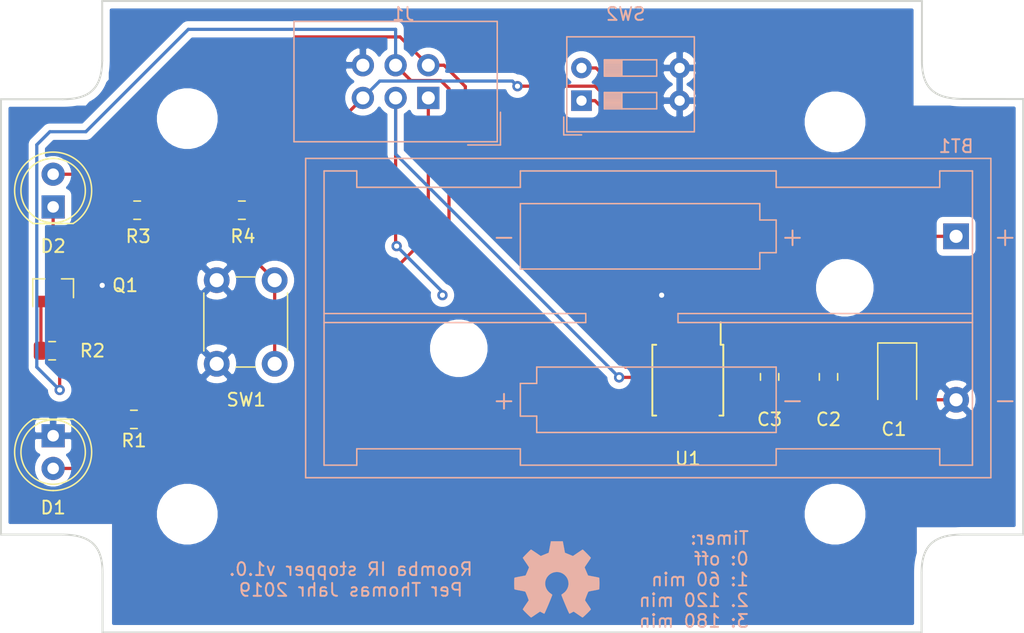
<source format=kicad_pcb>
(kicad_pcb (version 20171130) (host pcbnew 5.1.5-1.fc30)

  (general
    (thickness 1.6)
    (drawings 22)
    (tracks 109)
    (zones 0)
    (modules 20)
    (nets 13)
  )

  (page A4)
  (layers
    (0 F.Cu signal)
    (31 B.Cu signal)
    (32 B.Adhes user)
    (33 F.Adhes user)
    (34 B.Paste user)
    (35 F.Paste user)
    (36 B.SilkS user)
    (37 F.SilkS user)
    (38 B.Mask user)
    (39 F.Mask user)
    (40 Dwgs.User user)
    (41 Cmts.User user)
    (42 Eco1.User user)
    (43 Eco2.User user)
    (44 Edge.Cuts user)
    (45 Margin user)
    (46 B.CrtYd user)
    (47 F.CrtYd user)
    (48 B.Fab user)
    (49 F.Fab user)
  )

  (setup
    (last_trace_width 0.25)
    (trace_clearance 0.2)
    (zone_clearance 0.508)
    (zone_45_only no)
    (trace_min 0.2)
    (via_size 0.8)
    (via_drill 0.4)
    (via_min_size 0.4)
    (via_min_drill 0.3)
    (uvia_size 0.3)
    (uvia_drill 0.1)
    (uvias_allowed no)
    (uvia_min_size 0.2)
    (uvia_min_drill 0.1)
    (edge_width 0.15)
    (segment_width 0.2)
    (pcb_text_width 0.3)
    (pcb_text_size 1.5 1.5)
    (mod_edge_width 0.15)
    (mod_text_size 1 1)
    (mod_text_width 0.15)
    (pad_size 1.524 1.524)
    (pad_drill 0.762)
    (pad_to_mask_clearance 0.051)
    (solder_mask_min_width 0.25)
    (aux_axis_origin 0 0)
    (visible_elements FFFFFF7F)
    (pcbplotparams
      (layerselection 0x010fc_ffffffff)
      (usegerberextensions false)
      (usegerberattributes false)
      (usegerberadvancedattributes false)
      (creategerberjobfile false)
      (excludeedgelayer true)
      (linewidth 0.100000)
      (plotframeref false)
      (viasonmask false)
      (mode 1)
      (useauxorigin false)
      (hpglpennumber 1)
      (hpglpenspeed 20)
      (hpglpendiameter 15.000000)
      (psnegative false)
      (psa4output false)
      (plotreference true)
      (plotvalue true)
      (plotinvisibletext false)
      (padsonsilk false)
      (subtractmaskfromsilk false)
      (outputformat 1)
      (mirror false)
      (drillshape 1)
      (scaleselection 1)
      (outputdirectory ""))
  )

  (net 0 "")
  (net 1 "Net-(D1-Pad2)")
  (net 2 "Net-(D2-Pad2)")
  (net 3 "Net-(D2-Pad1)")
  (net 4 GND)
  (net 5 +3V3)
  (net 6 /RESET_PIN)
  (net 7 /IR_PIN)
  (net 8 /SCK_PIN)
  (net 9 /LED_PIN)
  (net 10 "Net-(SW2-Pad2)")
  (net 11 "Net-(SW2-Pad1)")
  (net 12 "Net-(Q1-Pad1)")

  (net_class Default "This is the default net class."
    (clearance 0.2)
    (trace_width 0.25)
    (via_dia 0.8)
    (via_drill 0.4)
    (uvia_dia 0.3)
    (uvia_drill 0.1)
    (add_net +3V3)
    (add_net /IR_PIN)
    (add_net /LED_PIN)
    (add_net /RESET_PIN)
    (add_net /SCK_PIN)
    (add_net GND)
    (add_net "Net-(D1-Pad2)")
    (add_net "Net-(D2-Pad1)")
    (add_net "Net-(D2-Pad2)")
    (add_net "Net-(Q1-Pad1)")
    (add_net "Net-(SW2-Pad1)")
    (add_net "Net-(SW2-Pad2)")
  )

  (module MountingHole:MountingHole_3.7mm (layer F.Cu) (tedit 56D1B4CB) (tstamp 5DD0DB43)
    (at 175.26 105.156)
    (descr "Mounting Hole 3.7mm, no annular")
    (tags "mounting hole 3.7mm no annular")
    (attr virtual)
    (fp_text reference REF** (at 0 -4.7) (layer F.SilkS) hide
      (effects (font (size 1 1) (thickness 0.15)))
    )
    (fp_text value MountingHole_3.7mm (at 0 4.7) (layer F.Fab) hide
      (effects (font (size 1 1) (thickness 0.15)))
    )
    (fp_text user %R (at 0.3 0) (layer F.Fab)
      (effects (font (size 1 1) (thickness 0.15)))
    )
    (fp_circle (center 0 0) (end 3.7 0) (layer Cmts.User) (width 0.15))
    (fp_circle (center 0 0) (end 3.95 0) (layer F.CrtYd) (width 0.05))
    (pad 1 np_thru_hole circle (at 0 0) (size 3.7 3.7) (drill 3.7) (layers *.Cu *.Mask))
  )

  (module Symbol:OSHW-Symbol_6.7x6mm_SilkScreen (layer B.Cu) (tedit 0) (tstamp 5DD79EB6)
    (at 153.67 110.236 180)
    (descr "Open Source Hardware Symbol")
    (tags "Logo Symbol OSHW")
    (attr virtual)
    (fp_text reference REF** (at 0 0) (layer B.SilkS) hide
      (effects (font (size 1 1) (thickness 0.15)) (justify mirror))
    )
    (fp_text value OSHW-Symbol_6.7x6mm_SilkScreen (at 0.75 0) (layer B.Fab) hide
      (effects (font (size 1 1) (thickness 0.15)) (justify mirror))
    )
    (fp_poly (pts (xy 0.555814 2.531069) (xy 0.639635 2.086445) (xy 0.94892 1.958947) (xy 1.258206 1.831449)
      (xy 1.629246 2.083754) (xy 1.733157 2.154004) (xy 1.827087 2.216728) (xy 1.906652 2.269062)
      (xy 1.96747 2.308143) (xy 2.005157 2.331107) (xy 2.015421 2.336058) (xy 2.03391 2.323324)
      (xy 2.07342 2.288118) (xy 2.129522 2.234938) (xy 2.197787 2.168282) (xy 2.273786 2.092646)
      (xy 2.353092 2.012528) (xy 2.431275 1.932426) (xy 2.503907 1.856836) (xy 2.566559 1.790255)
      (xy 2.614803 1.737182) (xy 2.64421 1.702113) (xy 2.651241 1.690377) (xy 2.641123 1.66874)
      (xy 2.612759 1.621338) (xy 2.569129 1.552807) (xy 2.513218 1.467785) (xy 2.448006 1.370907)
      (xy 2.410219 1.31565) (xy 2.341343 1.214752) (xy 2.28014 1.123701) (xy 2.229578 1.04703)
      (xy 2.192628 0.989272) (xy 2.172258 0.954957) (xy 2.169197 0.947746) (xy 2.176136 0.927252)
      (xy 2.195051 0.879487) (xy 2.223087 0.811168) (xy 2.257391 0.729011) (xy 2.295109 0.63973)
      (xy 2.333387 0.550042) (xy 2.36937 0.466662) (xy 2.400206 0.396306) (xy 2.423039 0.34569)
      (xy 2.435017 0.321529) (xy 2.435724 0.320578) (xy 2.454531 0.315964) (xy 2.504618 0.305672)
      (xy 2.580793 0.290713) (xy 2.677865 0.272099) (xy 2.790643 0.250841) (xy 2.856442 0.238582)
      (xy 2.97695 0.215638) (xy 3.085797 0.193805) (xy 3.177476 0.174278) (xy 3.246481 0.158252)
      (xy 3.287304 0.146921) (xy 3.295511 0.143326) (xy 3.303548 0.118994) (xy 3.310033 0.064041)
      (xy 3.31497 -0.015108) (xy 3.318364 -0.112026) (xy 3.320218 -0.220287) (xy 3.320538 -0.333465)
      (xy 3.319327 -0.445135) (xy 3.31659 -0.548868) (xy 3.312331 -0.638241) (xy 3.306555 -0.706826)
      (xy 3.299267 -0.748197) (xy 3.294895 -0.75681) (xy 3.268764 -0.767133) (xy 3.213393 -0.781892)
      (xy 3.136107 -0.799352) (xy 3.04423 -0.81778) (xy 3.012158 -0.823741) (xy 2.857524 -0.852066)
      (xy 2.735375 -0.874876) (xy 2.641673 -0.89308) (xy 2.572384 -0.907583) (xy 2.523471 -0.919292)
      (xy 2.490897 -0.929115) (xy 2.470628 -0.937956) (xy 2.458626 -0.946724) (xy 2.456947 -0.948457)
      (xy 2.440184 -0.976371) (xy 2.414614 -1.030695) (xy 2.382788 -1.104777) (xy 2.34726 -1.191965)
      (xy 2.310583 -1.285608) (xy 2.275311 -1.379052) (xy 2.243996 -1.465647) (xy 2.219193 -1.53874)
      (xy 2.203454 -1.591678) (xy 2.199332 -1.617811) (xy 2.199676 -1.618726) (xy 2.213641 -1.640086)
      (xy 2.245322 -1.687084) (xy 2.291391 -1.754827) (xy 2.348518 -1.838423) (xy 2.413373 -1.932982)
      (xy 2.431843 -1.959854) (xy 2.497699 -2.057275) (xy 2.55565 -2.146163) (xy 2.602538 -2.221412)
      (xy 2.635207 -2.27792) (xy 2.6505 -2.310581) (xy 2.651241 -2.314593) (xy 2.638392 -2.335684)
      (xy 2.602888 -2.377464) (xy 2.549293 -2.435445) (xy 2.482171 -2.505135) (xy 2.406087 -2.582045)
      (xy 2.325604 -2.661683) (xy 2.245287 -2.739561) (xy 2.169699 -2.811186) (xy 2.103405 -2.87207)
      (xy 2.050969 -2.917721) (xy 2.016955 -2.94365) (xy 2.007545 -2.947883) (xy 1.985643 -2.937912)
      (xy 1.9408 -2.91102) (xy 1.880321 -2.871736) (xy 1.833789 -2.840117) (xy 1.749475 -2.782098)
      (xy 1.649626 -2.713784) (xy 1.549473 -2.645579) (xy 1.495627 -2.609075) (xy 1.313371 -2.4858)
      (xy 1.160381 -2.56852) (xy 1.090682 -2.604759) (xy 1.031414 -2.632926) (xy 0.991311 -2.648991)
      (xy 0.981103 -2.651226) (xy 0.968829 -2.634722) (xy 0.944613 -2.588082) (xy 0.910263 -2.515609)
      (xy 0.867588 -2.421606) (xy 0.818394 -2.310374) (xy 0.76449 -2.186215) (xy 0.707684 -2.053432)
      (xy 0.649782 -1.916327) (xy 0.592593 -1.779202) (xy 0.537924 -1.646358) (xy 0.487584 -1.522098)
      (xy 0.44338 -1.410725) (xy 0.407119 -1.316539) (xy 0.380609 -1.243844) (xy 0.365658 -1.196941)
      (xy 0.363254 -1.180833) (xy 0.382311 -1.160286) (xy 0.424036 -1.126933) (xy 0.479706 -1.087702)
      (xy 0.484378 -1.084599) (xy 0.628264 -0.969423) (xy 0.744283 -0.835053) (xy 0.83143 -0.685784)
      (xy 0.888699 -0.525913) (xy 0.915086 -0.359737) (xy 0.909585 -0.191552) (xy 0.87119 -0.025655)
      (xy 0.798895 0.133658) (xy 0.777626 0.168513) (xy 0.666996 0.309263) (xy 0.536302 0.422286)
      (xy 0.390064 0.506997) (xy 0.232808 0.562806) (xy 0.069057 0.589126) (xy -0.096667 0.58537)
      (xy -0.259838 0.55095) (xy -0.415935 0.485277) (xy -0.560433 0.387765) (xy -0.605131 0.348187)
      (xy -0.718888 0.224297) (xy -0.801782 0.093876) (xy -0.858644 -0.052315) (xy -0.890313 -0.197088)
      (xy -0.898131 -0.35986) (xy -0.872062 -0.52344) (xy -0.814755 -0.682298) (xy -0.728856 -0.830906)
      (xy -0.617014 -0.963735) (xy -0.481877 -1.075256) (xy -0.464117 -1.087011) (xy -0.40785 -1.125508)
      (xy -0.365077 -1.158863) (xy -0.344628 -1.18016) (xy -0.344331 -1.180833) (xy -0.348721 -1.203871)
      (xy -0.366124 -1.256157) (xy -0.394732 -1.33339) (xy -0.432735 -1.431268) (xy -0.478326 -1.545491)
      (xy -0.529697 -1.671758) (xy -0.585038 -1.805767) (xy -0.642542 -1.943218) (xy -0.700399 -2.079808)
      (xy -0.756802 -2.211237) (xy -0.809942 -2.333205) (xy -0.85801 -2.441409) (xy -0.899199 -2.531549)
      (xy -0.931699 -2.599323) (xy -0.953703 -2.64043) (xy -0.962564 -2.651226) (xy -0.98964 -2.642819)
      (xy -1.040303 -2.620272) (xy -1.105817 -2.587613) (xy -1.141841 -2.56852) (xy -1.294832 -2.4858)
      (xy -1.477088 -2.609075) (xy -1.570125 -2.672228) (xy -1.671985 -2.741727) (xy -1.767438 -2.807165)
      (xy -1.81525 -2.840117) (xy -1.882495 -2.885273) (xy -1.939436 -2.921057) (xy -1.978646 -2.942938)
      (xy -1.991381 -2.947563) (xy -2.009917 -2.935085) (xy -2.050941 -2.900252) (xy -2.110475 -2.846678)
      (xy -2.184542 -2.777983) (xy -2.269165 -2.697781) (xy -2.322685 -2.646286) (xy -2.416319 -2.554286)
      (xy -2.497241 -2.471999) (xy -2.562177 -2.402945) (xy -2.607858 -2.350644) (xy -2.631011 -2.318616)
      (xy -2.633232 -2.312116) (xy -2.622924 -2.287394) (xy -2.594439 -2.237405) (xy -2.550937 -2.167212)
      (xy -2.495577 -2.081875) (xy -2.43152 -1.986456) (xy -2.413303 -1.959854) (xy -2.346927 -1.863167)
      (xy -2.287378 -1.776117) (xy -2.237984 -1.703595) (xy -2.202075 -1.650493) (xy -2.182981 -1.621703)
      (xy -2.181136 -1.618726) (xy -2.183895 -1.595782) (xy -2.198538 -1.545336) (xy -2.222513 -1.474041)
      (xy -2.253266 -1.388547) (xy -2.288244 -1.295507) (xy -2.324893 -1.201574) (xy -2.360661 -1.113399)
      (xy -2.392994 -1.037634) (xy -2.419338 -0.980931) (xy -2.437142 -0.949943) (xy -2.438407 -0.948457)
      (xy -2.449294 -0.939601) (xy -2.467682 -0.930843) (xy -2.497606 -0.921277) (xy -2.543103 -0.909996)
      (xy -2.608209 -0.896093) (xy -2.696961 -0.878663) (xy -2.813393 -0.856798) (xy -2.961542 -0.829591)
      (xy -2.993618 -0.823741) (xy -3.088686 -0.805374) (xy -3.171565 -0.787405) (xy -3.23493 -0.771569)
      (xy -3.271458 -0.7596) (xy -3.276356 -0.75681) (xy -3.284427 -0.732072) (xy -3.290987 -0.67679)
      (xy -3.296033 -0.597389) (xy -3.299559 -0.500296) (xy -3.301561 -0.391938) (xy -3.302036 -0.27874)
      (xy -3.300977 -0.167128) (xy -3.298382 -0.063529) (xy -3.294246 0.025632) (xy -3.288563 0.093928)
      (xy -3.281331 0.134934) (xy -3.276971 0.143326) (xy -3.252698 0.151792) (xy -3.197426 0.165565)
      (xy -3.116662 0.18345) (xy -3.015912 0.204252) (xy -2.900683 0.226777) (xy -2.837902 0.238582)
      (xy -2.718787 0.260849) (xy -2.612565 0.281021) (xy -2.524427 0.298085) (xy -2.459566 0.311031)
      (xy -2.423174 0.318845) (xy -2.417184 0.320578) (xy -2.407061 0.34011) (xy -2.385662 0.387157)
      (xy -2.355839 0.454997) (xy -2.320445 0.536909) (xy -2.282332 0.626172) (xy -2.244353 0.716065)
      (xy -2.20936 0.799865) (xy -2.180206 0.870853) (xy -2.159743 0.922306) (xy -2.150823 0.947503)
      (xy -2.150657 0.948604) (xy -2.160769 0.968481) (xy -2.189117 1.014223) (xy -2.232723 1.081283)
      (xy -2.288606 1.165116) (xy -2.353787 1.261174) (xy -2.391679 1.31635) (xy -2.460725 1.417519)
      (xy -2.52205 1.50937) (xy -2.572663 1.587256) (xy -2.609571 1.646531) (xy -2.629782 1.682549)
      (xy -2.632701 1.690623) (xy -2.620153 1.709416) (xy -2.585463 1.749543) (xy -2.533063 1.806507)
      (xy -2.467384 1.875815) (xy -2.392856 1.952969) (xy -2.313913 2.033475) (xy -2.234983 2.112837)
      (xy -2.1605 2.18656) (xy -2.094894 2.250148) (xy -2.042596 2.299106) (xy -2.008039 2.328939)
      (xy -1.996478 2.336058) (xy -1.977654 2.326047) (xy -1.932631 2.297922) (xy -1.865787 2.254546)
      (xy -1.781499 2.198782) (xy -1.684144 2.133494) (xy -1.610707 2.083754) (xy -1.239667 1.831449)
      (xy -0.621095 2.086445) (xy -0.537275 2.531069) (xy -0.453454 2.975693) (xy 0.471994 2.975693)
      (xy 0.555814 2.531069)) (layer B.SilkS) (width 0.01))
  )

  (module Button_Switch_THT:SW_PUSH_6mm (layer F.Cu) (tedit 5A02FE31) (tstamp 5DD0D0C1)
    (at 127.254 93.472 90)
    (descr https://www.omron.com/ecb/products/pdf/en-b3f.pdf)
    (tags "tact sw push 6mm")
    (path /5DC9F195)
    (fp_text reference SW1 (at -2.794 2.286 180) (layer F.SilkS)
      (effects (font (size 1 1) (thickness 0.15)))
    )
    (fp_text value On/off (at 3.75 6.7 90) (layer F.Fab)
      (effects (font (size 1 1) (thickness 0.15)))
    )
    (fp_circle (center 3.25 2.25) (end 1.25 2.5) (layer F.Fab) (width 0.1))
    (fp_line (start 6.75 3) (end 6.75 1.5) (layer F.SilkS) (width 0.12))
    (fp_line (start 5.5 -1) (end 1 -1) (layer F.SilkS) (width 0.12))
    (fp_line (start -0.25 1.5) (end -0.25 3) (layer F.SilkS) (width 0.12))
    (fp_line (start 1 5.5) (end 5.5 5.5) (layer F.SilkS) (width 0.12))
    (fp_line (start 8 -1.25) (end 8 5.75) (layer F.CrtYd) (width 0.05))
    (fp_line (start 7.75 6) (end -1.25 6) (layer F.CrtYd) (width 0.05))
    (fp_line (start -1.5 5.75) (end -1.5 -1.25) (layer F.CrtYd) (width 0.05))
    (fp_line (start -1.25 -1.5) (end 7.75 -1.5) (layer F.CrtYd) (width 0.05))
    (fp_line (start -1.5 6) (end -1.25 6) (layer F.CrtYd) (width 0.05))
    (fp_line (start -1.5 5.75) (end -1.5 6) (layer F.CrtYd) (width 0.05))
    (fp_line (start -1.5 -1.5) (end -1.25 -1.5) (layer F.CrtYd) (width 0.05))
    (fp_line (start -1.5 -1.25) (end -1.5 -1.5) (layer F.CrtYd) (width 0.05))
    (fp_line (start 8 -1.5) (end 8 -1.25) (layer F.CrtYd) (width 0.05))
    (fp_line (start 7.75 -1.5) (end 8 -1.5) (layer F.CrtYd) (width 0.05))
    (fp_line (start 8 6) (end 8 5.75) (layer F.CrtYd) (width 0.05))
    (fp_line (start 7.75 6) (end 8 6) (layer F.CrtYd) (width 0.05))
    (fp_line (start 0.25 -0.75) (end 3.25 -0.75) (layer F.Fab) (width 0.1))
    (fp_line (start 0.25 5.25) (end 0.25 -0.75) (layer F.Fab) (width 0.1))
    (fp_line (start 6.25 5.25) (end 0.25 5.25) (layer F.Fab) (width 0.1))
    (fp_line (start 6.25 -0.75) (end 6.25 5.25) (layer F.Fab) (width 0.1))
    (fp_line (start 3.25 -0.75) (end 6.25 -0.75) (layer F.Fab) (width 0.1))
    (fp_text user %R (at 3.25 2.25 90) (layer F.Fab)
      (effects (font (size 1 1) (thickness 0.15)))
    )
    (pad 1 thru_hole circle (at 6.5 0 180) (size 2 2) (drill 1.1) (layers *.Cu *.Mask)
      (net 4 GND))
    (pad 2 thru_hole circle (at 6.5 4.5 180) (size 2 2) (drill 1.1) (layers *.Cu *.Mask)
      (net 6 /RESET_PIN))
    (pad 1 thru_hole circle (at 0 0 180) (size 2 2) (drill 1.1) (layers *.Cu *.Mask)
      (net 4 GND))
    (pad 2 thru_hole circle (at 0 4.5 180) (size 2 2) (drill 1.1) (layers *.Cu *.Mask)
      (net 6 /RESET_PIN))
    (model ${KISYS3DMOD}/Button_Switch_THT.3dshapes/SW_PUSH_6mm.wrl
      (at (xyz 0 0 0))
      (scale (xyz 1 1 1))
      (rotate (xyz 0 0 0))
    )
  )

  (module Battery:BatteryHolder_Keystone_2468_2xAAA (layer B.Cu) (tedit 5C9A5FE6) (tstamp 5DDA97E1)
    (at 184.658 83.566 180)
    (descr "2xAAA cell battery holder, Keystone P/N 2468, http://www.keyelco.com/product-pdf.cfm?p=1033")
    (tags "AAA battery cell holder")
    (path /5DC9DCA4)
    (fp_text reference BT1 (at 0 7) (layer B.SilkS)
      (effects (font (size 1 1) (thickness 0.15)) (justify mirror))
    )
    (fp_text value Battery (at 23.9 -7.35) (layer B.Fab)
      (effects (font (size 1 1) (thickness 0.15)) (justify mirror))
    )
    (fp_text user + (at 35.1 -12.7) (layer B.SilkS)
      (effects (font (size 1.5 1.5) (thickness 0.15)) (justify mirror))
    )
    (fp_text user - (at 12.7 -12.7) (layer B.SilkS)
      (effects (font (size 1.5 1.5) (thickness 0.15)) (justify mirror))
    )
    (fp_text user - (at 35.1 0) (layer B.SilkS)
      (effects (font (size 1.5 1.5) (thickness 0.15)) (justify mirror))
    )
    (fp_text user + (at 12.7 0) (layer B.SilkS)
      (effects (font (size 1.5 1.5) (thickness 0.15)) (justify mirror))
    )
    (fp_text user - (at -3.81 -12.7) (layer B.SilkS)
      (effects (font (size 1.5 1.5) (thickness 0.15)) (justify mirror))
    )
    (fp_text user + (at -3.81 0) (layer B.SilkS)
      (effects (font (size 1.5 1.5) (thickness 0.15)) (justify mirror))
    )
    (fp_line (start -2.59 5.945) (end 50.39 5.945) (layer B.Fab) (width 0.1))
    (fp_line (start -2.59 -18.645) (end 50.39 -18.645) (layer B.Fab) (width 0.1))
    (fp_line (start 50.39 -18.645) (end 50.39 5.945) (layer B.Fab) (width 0.1))
    (fp_line (start -2.59 -18.645) (end -2.59 5.945) (layer B.Fab) (width 0.1))
    (fp_line (start 46.53 -17.78) (end 46.53 -16.51) (layer B.SilkS) (width 0.12))
    (fp_line (start 49.07 -17.78) (end 46.53 -17.78) (layer B.SilkS) (width 0.12))
    (fp_line (start 49.07 5.08) (end 49.07 -17.78) (layer B.SilkS) (width 0.12))
    (fp_line (start 46.53 5.08) (end 46.53 3.81) (layer B.SilkS) (width 0.12))
    (fp_line (start 49.07 5.08) (end 46.53 5.08) (layer B.SilkS) (width 0.12))
    (fp_line (start 1.27 -16.51) (end 13.97 -16.51) (layer B.SilkS) (width 0.12))
    (fp_line (start 1.27 -17.78) (end 1.27 -16.51) (layer B.SilkS) (width 0.12))
    (fp_line (start -1.27 -17.78) (end 1.27 -17.78) (layer B.SilkS) (width 0.12))
    (fp_line (start -1.27 5.08) (end -1.27 -17.78) (layer B.SilkS) (width 0.12))
    (fp_line (start 1.27 5.08) (end -1.27 5.08) (layer B.SilkS) (width 0.12))
    (fp_line (start 1.27 3.81) (end 1.27 5.08) (layer B.SilkS) (width 0.12))
    (fp_line (start 1.27 3.81) (end 13.97 3.81) (layer B.SilkS) (width 0.12))
    (fp_line (start 46.53 -16.51) (end 33.83 -16.51) (layer B.SilkS) (width 0.12))
    (fp_line (start 13.97 5.08) (end 13.97 3.81) (layer B.SilkS) (width 0.12))
    (fp_line (start 33.83 5.08) (end 13.97 5.08) (layer B.SilkS) (width 0.12))
    (fp_line (start 33.83 3.81) (end 33.83 5.08) (layer B.SilkS) (width 0.12))
    (fp_line (start 46.53 3.81) (end 33.83 3.81) (layer B.SilkS) (width 0.12))
    (fp_line (start 33.83 -17.78) (end 33.83 -16.51) (layer B.SilkS) (width 0.12))
    (fp_line (start 13.97 -17.78) (end 33.83 -17.78) (layer B.SilkS) (width 0.12))
    (fp_line (start 13.97 -16.51) (end 13.97 -17.78) (layer B.SilkS) (width 0.12))
    (fp_line (start 28.75 -6.7) (end 49.07 -6.7) (layer B.SilkS) (width 0.12))
    (fp_line (start 28.75 -6) (end 28.75 -6.7) (layer B.SilkS) (width 0.12))
    (fp_line (start 49.07 -6) (end 28.75 -6) (layer B.SilkS) (width 0.12))
    (fp_line (start 21.59 -6.7) (end -1.27 -6.7) (layer B.SilkS) (width 0.12))
    (fp_line (start 21.59 -6) (end 21.59 -6.7) (layer B.SilkS) (width 0.12))
    (fp_line (start -1.27 -6) (end 21.59 -6) (layer B.SilkS) (width 0.12))
    (fp_line (start 33.83 2.54) (end 33.83 -2.54) (layer B.SilkS) (width 0.12))
    (fp_line (start 15.24 2.54) (end 33.83 2.54) (layer B.SilkS) (width 0.12))
    (fp_line (start 15.24 1.27) (end 15.24 2.54) (layer B.SilkS) (width 0.12))
    (fp_line (start 13.97 1.27) (end 15.24 1.27) (layer B.SilkS) (width 0.12))
    (fp_line (start 13.97 -1.27) (end 13.97 1.27) (layer B.SilkS) (width 0.12))
    (fp_line (start 15.24 -1.27) (end 13.97 -1.27) (layer B.SilkS) (width 0.12))
    (fp_line (start 15.24 -2.54) (end 15.24 -1.27) (layer B.SilkS) (width 0.12))
    (fp_line (start 33.83 -2.54) (end 15.24 -2.54) (layer B.SilkS) (width 0.12))
    (fp_line (start 32.56 -15.24) (end 13.97 -15.24) (layer B.SilkS) (width 0.12))
    (fp_line (start 32.56 -13.97) (end 32.56 -15.24) (layer B.SilkS) (width 0.12))
    (fp_line (start 33.83 -13.97) (end 32.56 -13.97) (layer B.SilkS) (width 0.12))
    (fp_line (start 33.83 -11.43) (end 33.83 -13.97) (layer B.SilkS) (width 0.12))
    (fp_line (start 32.56 -11.43) (end 33.83 -11.43) (layer B.SilkS) (width 0.12))
    (fp_line (start 32.56 -10.16) (end 32.56 -11.43) (layer B.SilkS) (width 0.12))
    (fp_line (start 13.97 -10.16) (end 32.56 -10.16) (layer B.SilkS) (width 0.12))
    (fp_line (start 13.97 -15.24) (end 13.97 -10.16) (layer B.SilkS) (width 0.12))
    (fp_line (start 50.5 6.055) (end -2.7 6.055) (layer B.SilkS) (width 0.12))
    (fp_line (start -2.7 6.05) (end -2.7 -18.75) (layer B.SilkS) (width 0.12))
    (fp_line (start -2.7 -18.755) (end 50.5 -18.755) (layer B.SilkS) (width 0.12))
    (fp_line (start 50.5 -18.75) (end 50.5 6.05) (layer B.SilkS) (width 0.12))
    (fp_line (start 50.89 6.45) (end -3.09 6.45) (layer B.CrtYd) (width 0.05))
    (fp_line (start -3.09 6.45) (end -3.09 -19.15) (layer B.CrtYd) (width 0.05))
    (fp_line (start -3.09 -19.15) (end 50.89 -19.15) (layer B.CrtYd) (width 0.05))
    (fp_line (start 50.89 -19.15) (end 50.89 6.45) (layer B.CrtYd) (width 0.05))
    (fp_text user %R (at 23.9 -5.35) (layer B.Fab)
      (effects (font (size 1 1) (thickness 0.15)) (justify mirror))
    )
    (pad "" np_thru_hole circle (at 38.61 -8.7 180) (size 3.45 3.45) (drill 3.45) (layers *.Cu *.Mask))
    (pad "" np_thru_hole circle (at 8.64 -4 180) (size 3.45 3.45) (drill 3.45) (layers *.Cu))
    (pad 2 thru_hole circle (at 0 -12.7 180) (size 2 2) (drill 1.02) (layers *.Cu *.Mask)
      (net 4 GND))
    (pad 1 thru_hole rect (at 0 0 180) (size 2 2) (drill 1.02) (layers *.Cu *.Mask)
      (net 5 +3V3))
    (model ${KISYS3DMOD}/Battery.3dshapes/BatteryHolder_Keystone_2468_2xAAA.wrl
      (at (xyz 0 0 0))
      (scale (xyz 1 1 1))
      (rotate (xyz 0 0 0))
    )
  )

  (module Button_Switch_THT:SW_DIP_SPSTx02_Slide_9.78x7.26mm_W7.62mm_P2.54mm (layer B.Cu) (tedit 5A4E1404) (tstamp 5DD0DFBD)
    (at 155.575 73.025)
    (descr "2x-dip-switch SPST , Slide, row spacing 7.62 mm (300 mils), body size 9.78x7.26mm (see e.g. https://www.ctscorp.com/wp-content/uploads/206-208.pdf)")
    (tags "DIP Switch SPST Slide 7.62mm 300mil")
    (path /5DCA770A)
    (fp_text reference SW2 (at 3.429 -6.731) (layer B.SilkS)
      (effects (font (size 1 1) (thickness 0.15)) (justify mirror))
    )
    (fp_text value "Timer config" (at 3.81 -5.96) (layer B.Fab)
      (effects (font (size 1 1) (thickness 0.15)) (justify mirror))
    )
    (fp_text user on (at 5.365 1.4975) (layer B.Fab)
      (effects (font (size 0.8 0.8) (thickness 0.12)) (justify mirror))
    )
    (fp_text user %R (at 7.27 -1.27 -90) (layer B.Fab)
      (effects (font (size 0.8 0.8) (thickness 0.12)) (justify mirror))
    )
    (fp_line (start 8.95 2.7) (end -1.35 2.7) (layer B.CrtYd) (width 0.05))
    (fp_line (start 8.95 -5.25) (end 8.95 2.7) (layer B.CrtYd) (width 0.05))
    (fp_line (start -1.35 -5.25) (end 8.95 -5.25) (layer B.CrtYd) (width 0.05))
    (fp_line (start -1.35 2.7) (end -1.35 -5.25) (layer B.CrtYd) (width 0.05))
    (fp_line (start 3.133333 -1.905) (end 3.133333 -3.175) (layer B.SilkS) (width 0.12))
    (fp_line (start 1.78 -3.105) (end 3.133333 -3.105) (layer B.SilkS) (width 0.12))
    (fp_line (start 1.78 -2.985) (end 3.133333 -2.985) (layer B.SilkS) (width 0.12))
    (fp_line (start 1.78 -2.865) (end 3.133333 -2.865) (layer B.SilkS) (width 0.12))
    (fp_line (start 1.78 -2.745) (end 3.133333 -2.745) (layer B.SilkS) (width 0.12))
    (fp_line (start 1.78 -2.625) (end 3.133333 -2.625) (layer B.SilkS) (width 0.12))
    (fp_line (start 1.78 -2.505) (end 3.133333 -2.505) (layer B.SilkS) (width 0.12))
    (fp_line (start 1.78 -2.385) (end 3.133333 -2.385) (layer B.SilkS) (width 0.12))
    (fp_line (start 1.78 -2.265) (end 3.133333 -2.265) (layer B.SilkS) (width 0.12))
    (fp_line (start 1.78 -2.145) (end 3.133333 -2.145) (layer B.SilkS) (width 0.12))
    (fp_line (start 1.78 -2.025) (end 3.133333 -2.025) (layer B.SilkS) (width 0.12))
    (fp_line (start 5.84 -1.905) (end 1.78 -1.905) (layer B.SilkS) (width 0.12))
    (fp_line (start 5.84 -3.175) (end 5.84 -1.905) (layer B.SilkS) (width 0.12))
    (fp_line (start 1.78 -3.175) (end 5.84 -3.175) (layer B.SilkS) (width 0.12))
    (fp_line (start 1.78 -1.905) (end 1.78 -3.175) (layer B.SilkS) (width 0.12))
    (fp_line (start 3.133333 0.635) (end 3.133333 -0.635) (layer B.SilkS) (width 0.12))
    (fp_line (start 1.78 -0.565) (end 3.133333 -0.565) (layer B.SilkS) (width 0.12))
    (fp_line (start 1.78 -0.445) (end 3.133333 -0.445) (layer B.SilkS) (width 0.12))
    (fp_line (start 1.78 -0.325) (end 3.133333 -0.325) (layer B.SilkS) (width 0.12))
    (fp_line (start 1.78 -0.205) (end 3.133333 -0.205) (layer B.SilkS) (width 0.12))
    (fp_line (start 1.78 -0.085) (end 3.133333 -0.085) (layer B.SilkS) (width 0.12))
    (fp_line (start 1.78 0.035) (end 3.133333 0.035) (layer B.SilkS) (width 0.12))
    (fp_line (start 1.78 0.155) (end 3.133333 0.155) (layer B.SilkS) (width 0.12))
    (fp_line (start 1.78 0.275) (end 3.133333 0.275) (layer B.SilkS) (width 0.12))
    (fp_line (start 1.78 0.395) (end 3.133333 0.395) (layer B.SilkS) (width 0.12))
    (fp_line (start 1.78 0.515) (end 3.133333 0.515) (layer B.SilkS) (width 0.12))
    (fp_line (start 5.84 0.635) (end 1.78 0.635) (layer B.SilkS) (width 0.12))
    (fp_line (start 5.84 -0.635) (end 5.84 0.635) (layer B.SilkS) (width 0.12))
    (fp_line (start 1.78 -0.635) (end 5.84 -0.635) (layer B.SilkS) (width 0.12))
    (fp_line (start 1.78 0.635) (end 1.78 -0.635) (layer B.SilkS) (width 0.12))
    (fp_line (start -1.38 2.66) (end -1.38 1.277) (layer B.SilkS) (width 0.12))
    (fp_line (start -1.38 2.66) (end 0.004 2.66) (layer B.SilkS) (width 0.12))
    (fp_line (start 8.76 2.42) (end 8.76 -4.96) (layer B.SilkS) (width 0.12))
    (fp_line (start -1.14 2.42) (end -1.14 -4.96) (layer B.SilkS) (width 0.12))
    (fp_line (start -1.14 -4.96) (end 8.76 -4.96) (layer B.SilkS) (width 0.12))
    (fp_line (start -1.14 2.42) (end 8.76 2.42) (layer B.SilkS) (width 0.12))
    (fp_line (start 3.133333 -1.905) (end 3.133333 -3.175) (layer B.Fab) (width 0.1))
    (fp_line (start 1.78 -3.105) (end 3.133333 -3.105) (layer B.Fab) (width 0.1))
    (fp_line (start 1.78 -3.005) (end 3.133333 -3.005) (layer B.Fab) (width 0.1))
    (fp_line (start 1.78 -2.905) (end 3.133333 -2.905) (layer B.Fab) (width 0.1))
    (fp_line (start 1.78 -2.805) (end 3.133333 -2.805) (layer B.Fab) (width 0.1))
    (fp_line (start 1.78 -2.705) (end 3.133333 -2.705) (layer B.Fab) (width 0.1))
    (fp_line (start 1.78 -2.605) (end 3.133333 -2.605) (layer B.Fab) (width 0.1))
    (fp_line (start 1.78 -2.505) (end 3.133333 -2.505) (layer B.Fab) (width 0.1))
    (fp_line (start 1.78 -2.405) (end 3.133333 -2.405) (layer B.Fab) (width 0.1))
    (fp_line (start 1.78 -2.305) (end 3.133333 -2.305) (layer B.Fab) (width 0.1))
    (fp_line (start 1.78 -2.205) (end 3.133333 -2.205) (layer B.Fab) (width 0.1))
    (fp_line (start 1.78 -2.105) (end 3.133333 -2.105) (layer B.Fab) (width 0.1))
    (fp_line (start 1.78 -2.005) (end 3.133333 -2.005) (layer B.Fab) (width 0.1))
    (fp_line (start 5.84 -1.905) (end 1.78 -1.905) (layer B.Fab) (width 0.1))
    (fp_line (start 5.84 -3.175) (end 5.84 -1.905) (layer B.Fab) (width 0.1))
    (fp_line (start 1.78 -3.175) (end 5.84 -3.175) (layer B.Fab) (width 0.1))
    (fp_line (start 1.78 -1.905) (end 1.78 -3.175) (layer B.Fab) (width 0.1))
    (fp_line (start 3.133333 0.635) (end 3.133333 -0.635) (layer B.Fab) (width 0.1))
    (fp_line (start 1.78 -0.565) (end 3.133333 -0.565) (layer B.Fab) (width 0.1))
    (fp_line (start 1.78 -0.465) (end 3.133333 -0.465) (layer B.Fab) (width 0.1))
    (fp_line (start 1.78 -0.365) (end 3.133333 -0.365) (layer B.Fab) (width 0.1))
    (fp_line (start 1.78 -0.265) (end 3.133333 -0.265) (layer B.Fab) (width 0.1))
    (fp_line (start 1.78 -0.165) (end 3.133333 -0.165) (layer B.Fab) (width 0.1))
    (fp_line (start 1.78 -0.065) (end 3.133333 -0.065) (layer B.Fab) (width 0.1))
    (fp_line (start 1.78 0.035) (end 3.133333 0.035) (layer B.Fab) (width 0.1))
    (fp_line (start 1.78 0.135) (end 3.133333 0.135) (layer B.Fab) (width 0.1))
    (fp_line (start 1.78 0.235) (end 3.133333 0.235) (layer B.Fab) (width 0.1))
    (fp_line (start 1.78 0.335) (end 3.133333 0.335) (layer B.Fab) (width 0.1))
    (fp_line (start 1.78 0.435) (end 3.133333 0.435) (layer B.Fab) (width 0.1))
    (fp_line (start 1.78 0.535) (end 3.133333 0.535) (layer B.Fab) (width 0.1))
    (fp_line (start 5.84 0.635) (end 1.78 0.635) (layer B.Fab) (width 0.1))
    (fp_line (start 5.84 -0.635) (end 5.84 0.635) (layer B.Fab) (width 0.1))
    (fp_line (start 1.78 -0.635) (end 5.84 -0.635) (layer B.Fab) (width 0.1))
    (fp_line (start 1.78 0.635) (end 1.78 -0.635) (layer B.Fab) (width 0.1))
    (fp_line (start -1.08 1.36) (end -0.08 2.36) (layer B.Fab) (width 0.1))
    (fp_line (start -1.08 -4.9) (end -1.08 1.36) (layer B.Fab) (width 0.1))
    (fp_line (start 8.7 -4.9) (end -1.08 -4.9) (layer B.Fab) (width 0.1))
    (fp_line (start 8.7 2.36) (end 8.7 -4.9) (layer B.Fab) (width 0.1))
    (fp_line (start -0.08 2.36) (end 8.7 2.36) (layer B.Fab) (width 0.1))
    (pad 4 thru_hole oval (at 7.62 0) (size 1.6 1.6) (drill 0.8) (layers *.Cu *.Mask)
      (net 4 GND))
    (pad 2 thru_hole oval (at 0 -2.54) (size 1.6 1.6) (drill 0.8) (layers *.Cu *.Mask)
      (net 10 "Net-(SW2-Pad2)"))
    (pad 3 thru_hole oval (at 7.62 -2.54) (size 1.6 1.6) (drill 0.8) (layers *.Cu *.Mask)
      (net 4 GND))
    (pad 1 thru_hole rect (at 0 0) (size 1.6 1.6) (drill 0.8) (layers *.Cu *.Mask)
      (net 11 "Net-(SW2-Pad1)"))
    (model ${KISYS3DMOD}/Button_Switch_THT.3dshapes/SW_DIP_SPSTx02_Slide_9.78x7.26mm_W7.62mm_P2.54mm.wrl
      (at (xyz 0 0 0))
      (scale (xyz 1 1 1))
      (rotate (xyz 0 0 90))
    )
  )

  (module Resistor_SMD:R_0805_2012Metric (layer F.Cu) (tedit 5B36C52B) (tstamp 5DD5BD5E)
    (at 129.2075 81.534)
    (descr "Resistor SMD 0805 (2012 Metric), square (rectangular) end terminal, IPC_7351 nominal, (Body size source: https://docs.google.com/spreadsheets/d/1BsfQQcO9C6DZCsRaXUlFlo91Tg2WpOkGARC1WS5S8t0/edit?usp=sharing), generated with kicad-footprint-generator")
    (tags resistor)
    (path /5DEC2B89)
    (attr smd)
    (fp_text reference R4 (at 0.0785 2.032) (layer F.SilkS)
      (effects (font (size 1 1) (thickness 0.15)))
    )
    (fp_text value 10K (at 0.0785 -1.778) (layer F.Fab)
      (effects (font (size 1 1) (thickness 0.15)))
    )
    (fp_text user %R (at 0 0) (layer F.Fab)
      (effects (font (size 0.5 0.5) (thickness 0.08)))
    )
    (fp_line (start 1.68 0.95) (end -1.68 0.95) (layer F.CrtYd) (width 0.05))
    (fp_line (start 1.68 -0.95) (end 1.68 0.95) (layer F.CrtYd) (width 0.05))
    (fp_line (start -1.68 -0.95) (end 1.68 -0.95) (layer F.CrtYd) (width 0.05))
    (fp_line (start -1.68 0.95) (end -1.68 -0.95) (layer F.CrtYd) (width 0.05))
    (fp_line (start -0.258578 0.71) (end 0.258578 0.71) (layer F.SilkS) (width 0.12))
    (fp_line (start -0.258578 -0.71) (end 0.258578 -0.71) (layer F.SilkS) (width 0.12))
    (fp_line (start 1 0.6) (end -1 0.6) (layer F.Fab) (width 0.1))
    (fp_line (start 1 -0.6) (end 1 0.6) (layer F.Fab) (width 0.1))
    (fp_line (start -1 -0.6) (end 1 -0.6) (layer F.Fab) (width 0.1))
    (fp_line (start -1 0.6) (end -1 -0.6) (layer F.Fab) (width 0.1))
    (pad 2 smd roundrect (at 0.9375 0) (size 0.975 1.4) (layers F.Cu F.Paste F.Mask) (roundrect_rratio 0.25)
      (net 6 /RESET_PIN))
    (pad 1 smd roundrect (at -0.9375 0) (size 0.975 1.4) (layers F.Cu F.Paste F.Mask) (roundrect_rratio 0.25)
      (net 5 +3V3))
    (model ${KISYS3DMOD}/Resistor_SMD.3dshapes/R_0805_2012Metric.wrl
      (at (xyz 0 0 0))
      (scale (xyz 1 1 1))
      (rotate (xyz 0 0 0))
    )
  )

  (module MountingHole:MountingHole_3.7mm (layer F.Cu) (tedit 56D1B4CB) (tstamp 5DDA8FC3)
    (at 175.26 74.676)
    (descr "Mounting Hole 3.7mm, no annular")
    (tags "mounting hole 3.7mm no annular")
    (attr virtual)
    (fp_text reference REF** (at 0 -4.7) (layer F.SilkS) hide
      (effects (font (size 1 1) (thickness 0.15)))
    )
    (fp_text value MountingHole_3.7mm (at 0 4.7) (layer F.Fab) hide
      (effects (font (size 1 1) (thickness 0.15)))
    )
    (fp_text user %R (at 0.3 0) (layer F.Fab)
      (effects (font (size 1 1) (thickness 0.15)))
    )
    (fp_circle (center 0 0) (end 3.7 0) (layer Cmts.User) (width 0.15))
    (fp_circle (center 0 0) (end 3.95 0) (layer F.CrtYd) (width 0.05))
    (pad 1 np_thru_hole circle (at 0 0) (size 3.7 3.7) (drill 3.7) (layers *.Cu *.Mask))
  )

  (module MountingHole:MountingHole_3.7mm (layer F.Cu) (tedit 56D1B4CB) (tstamp 5DD10288)
    (at 124.968 105.156)
    (descr "Mounting Hole 3.7mm, no annular")
    (tags "mounting hole 3.7mm no annular")
    (attr virtual)
    (fp_text reference REF** (at 0 -4.7) (layer F.SilkS) hide
      (effects (font (size 1 1) (thickness 0.15)))
    )
    (fp_text value MountingHole_3.7mm (at 0 4.7) (layer F.Fab) hide
      (effects (font (size 1 1) (thickness 0.15)))
    )
    (fp_circle (center 0 0) (end 3.95 0) (layer F.CrtYd) (width 0.05))
    (fp_circle (center 0 0) (end 3.7 0) (layer Cmts.User) (width 0.15))
    (fp_text user %R (at 0.3 0) (layer F.Fab)
      (effects (font (size 1 1) (thickness 0.15)))
    )
    (pad 1 np_thru_hole circle (at 0 0) (size 3.7 3.7) (drill 3.7) (layers *.Cu *.Mask))
  )

  (module MountingHole:MountingHole_3.7mm (layer F.Cu) (tedit 56D1B4CB) (tstamp 5DD5A6EF)
    (at 124.968 74.422)
    (descr "Mounting Hole 3.7mm, no annular")
    (tags "mounting hole 3.7mm no annular")
    (attr virtual)
    (fp_text reference REF** (at 0 -4.7) (layer F.SilkS) hide
      (effects (font (size 1 1) (thickness 0.15)))
    )
    (fp_text value MountingHole_3.7mm (at 0 4.7) (layer F.Fab) hide
      (effects (font (size 1 1) (thickness 0.15)))
    )
    (fp_circle (center 0 0) (end 3.95 0) (layer F.CrtYd) (width 0.05))
    (fp_circle (center 0 0) (end 3.7 0) (layer Cmts.User) (width 0.15))
    (fp_text user %R (at 0.3 0) (layer F.Fab)
      (effects (font (size 1 1) (thickness 0.15)))
    )
    (pad 1 np_thru_hole circle (at 0 0) (size 3.7 3.7) (drill 3.7) (layers *.Cu *.Mask))
  )

  (module Package_SO:SOIJ-8_5.3x5.3mm_P1.27mm (layer F.Cu) (tedit 5A02F2D3) (tstamp 5DD0E1C5)
    (at 163.83 94.742 270)
    (descr "8-Lead Plastic Small Outline (SM) - Medium, 5.28 mm Body [SOIC] (see Microchip Packaging Specification 00000049BS.pdf)")
    (tags "SOIC 1.27")
    (path /5DCA85E8)
    (attr smd)
    (fp_text reference U1 (at 6.096 0 180) (layer F.SilkS)
      (effects (font (size 1 1) (thickness 0.15)))
    )
    (fp_text value ATtiny85V-10SU (at 0 3.68 90) (layer F.Fab)
      (effects (font (size 1 1) (thickness 0.15)))
    )
    (fp_line (start -2.75 -2.55) (end -4.5 -2.55) (layer F.SilkS) (width 0.15))
    (fp_line (start -2.75 2.755) (end 2.75 2.755) (layer F.SilkS) (width 0.15))
    (fp_line (start -2.75 -2.755) (end 2.75 -2.755) (layer F.SilkS) (width 0.15))
    (fp_line (start -2.75 2.755) (end -2.75 2.455) (layer F.SilkS) (width 0.15))
    (fp_line (start 2.75 2.755) (end 2.75 2.455) (layer F.SilkS) (width 0.15))
    (fp_line (start 2.75 -2.755) (end 2.75 -2.455) (layer F.SilkS) (width 0.15))
    (fp_line (start -2.75 -2.755) (end -2.75 -2.55) (layer F.SilkS) (width 0.15))
    (fp_line (start -4.75 2.95) (end 4.75 2.95) (layer F.CrtYd) (width 0.05))
    (fp_line (start -4.75 -2.95) (end 4.75 -2.95) (layer F.CrtYd) (width 0.05))
    (fp_line (start 4.75 -2.95) (end 4.75 2.95) (layer F.CrtYd) (width 0.05))
    (fp_line (start -4.75 -2.95) (end -4.75 2.95) (layer F.CrtYd) (width 0.05))
    (fp_line (start -2.65 -1.65) (end -1.65 -2.65) (layer F.Fab) (width 0.15))
    (fp_line (start -2.65 2.65) (end -2.65 -1.65) (layer F.Fab) (width 0.15))
    (fp_line (start 2.65 2.65) (end -2.65 2.65) (layer F.Fab) (width 0.15))
    (fp_line (start 2.65 -2.65) (end 2.65 2.65) (layer F.Fab) (width 0.15))
    (fp_line (start -1.65 -2.65) (end 2.65 -2.65) (layer F.Fab) (width 0.15))
    (fp_text user %R (at 0 -1.56 90) (layer F.Fab)
      (effects (font (size 1 1) (thickness 0.15)))
    )
    (pad 8 smd rect (at 3.65 -1.905 270) (size 1.7 0.65) (layers F.Cu F.Paste F.Mask)
      (net 5 +3V3))
    (pad 7 smd rect (at 3.65 -0.635 270) (size 1.7 0.65) (layers F.Cu F.Paste F.Mask)
      (net 8 /SCK_PIN))
    (pad 6 smd rect (at 3.65 0.635 270) (size 1.7 0.65) (layers F.Cu F.Paste F.Mask)
      (net 9 /LED_PIN))
    (pad 5 smd rect (at 3.65 1.905 270) (size 1.7 0.65) (layers F.Cu F.Paste F.Mask)
      (net 7 /IR_PIN))
    (pad 4 smd rect (at -3.65 1.905 270) (size 1.7 0.65) (layers F.Cu F.Paste F.Mask)
      (net 4 GND))
    (pad 3 smd rect (at -3.65 0.635 270) (size 1.7 0.65) (layers F.Cu F.Paste F.Mask)
      (net 10 "Net-(SW2-Pad2)"))
    (pad 2 smd rect (at -3.65 -0.635 270) (size 1.7 0.65) (layers F.Cu F.Paste F.Mask)
      (net 11 "Net-(SW2-Pad1)"))
    (pad 1 smd rect (at -3.65 -1.905 270) (size 1.7 0.65) (layers F.Cu F.Paste F.Mask)
      (net 6 /RESET_PIN))
    (model ${KISYS3DMOD}/Package_SO.3dshapes/SOIJ-8_5.3x5.3mm_P1.27mm.wrl
      (at (xyz 0 0 0))
      (scale (xyz 1 1 1))
      (rotate (xyz 0 0 0))
    )
  )

  (module Resistor_SMD:R_0805_2012Metric (layer F.Cu) (tedit 5B36C52B) (tstamp 5DD0D0A7)
    (at 121.0795 81.534 180)
    (descr "Resistor SMD 0805 (2012 Metric), square (rectangular) end terminal, IPC_7351 nominal, (Body size source: https://docs.google.com/spreadsheets/d/1BsfQQcO9C6DZCsRaXUlFlo91Tg2WpOkGARC1WS5S8t0/edit?usp=sharing), generated with kicad-footprint-generator")
    (tags resistor)
    (path /5DC9F86A)
    (attr smd)
    (fp_text reference R3 (at -0.0785 -2.032) (layer F.SilkS)
      (effects (font (size 1 1) (thickness 0.15)))
    )
    (fp_text value 15 (at 0 1.65) (layer F.Fab)
      (effects (font (size 1 1) (thickness 0.15)))
    )
    (fp_text user %R (at 0 0) (layer F.Fab)
      (effects (font (size 0.5 0.5) (thickness 0.08)))
    )
    (fp_line (start 1.68 0.95) (end -1.68 0.95) (layer F.CrtYd) (width 0.05))
    (fp_line (start 1.68 -0.95) (end 1.68 0.95) (layer F.CrtYd) (width 0.05))
    (fp_line (start -1.68 -0.95) (end 1.68 -0.95) (layer F.CrtYd) (width 0.05))
    (fp_line (start -1.68 0.95) (end -1.68 -0.95) (layer F.CrtYd) (width 0.05))
    (fp_line (start -0.258578 0.71) (end 0.258578 0.71) (layer F.SilkS) (width 0.12))
    (fp_line (start -0.258578 -0.71) (end 0.258578 -0.71) (layer F.SilkS) (width 0.12))
    (fp_line (start 1 0.6) (end -1 0.6) (layer F.Fab) (width 0.1))
    (fp_line (start 1 -0.6) (end 1 0.6) (layer F.Fab) (width 0.1))
    (fp_line (start -1 -0.6) (end 1 -0.6) (layer F.Fab) (width 0.1))
    (fp_line (start -1 0.6) (end -1 -0.6) (layer F.Fab) (width 0.1))
    (pad 2 smd roundrect (at 0.9375 0 180) (size 0.975 1.4) (layers F.Cu F.Paste F.Mask) (roundrect_rratio 0.25)
      (net 2 "Net-(D2-Pad2)"))
    (pad 1 smd roundrect (at -0.9375 0 180) (size 0.975 1.4) (layers F.Cu F.Paste F.Mask) (roundrect_rratio 0.25)
      (net 5 +3V3))
    (model ${KISYS3DMOD}/Resistor_SMD.3dshapes/R_0805_2012Metric.wrl
      (at (xyz 0 0 0))
      (scale (xyz 1 1 1))
      (rotate (xyz 0 0 0))
    )
  )

  (module Resistor_SMD:R_0805_2012Metric (layer F.Cu) (tedit 5B36C52B) (tstamp 5DD105B0)
    (at 114.4755 92.456 180)
    (descr "Resistor SMD 0805 (2012 Metric), square (rectangular) end terminal, IPC_7351 nominal, (Body size source: https://docs.google.com/spreadsheets/d/1BsfQQcO9C6DZCsRaXUlFlo91Tg2WpOkGARC1WS5S8t0/edit?usp=sharing), generated with kicad-footprint-generator")
    (tags resistor)
    (path /5DD1A493)
    (attr smd)
    (fp_text reference R2 (at -3.1265 0) (layer F.SilkS)
      (effects (font (size 1 1) (thickness 0.15)))
    )
    (fp_text value 10K (at -0.3325 1.778) (layer F.Fab)
      (effects (font (size 1 1) (thickness 0.15)))
    )
    (fp_text user %R (at 0 0) (layer F.Fab)
      (effects (font (size 0.5 0.5) (thickness 0.08)))
    )
    (fp_line (start 1.68 0.95) (end -1.68 0.95) (layer F.CrtYd) (width 0.05))
    (fp_line (start 1.68 -0.95) (end 1.68 0.95) (layer F.CrtYd) (width 0.05))
    (fp_line (start -1.68 -0.95) (end 1.68 -0.95) (layer F.CrtYd) (width 0.05))
    (fp_line (start -1.68 0.95) (end -1.68 -0.95) (layer F.CrtYd) (width 0.05))
    (fp_line (start -0.258578 0.71) (end 0.258578 0.71) (layer F.SilkS) (width 0.12))
    (fp_line (start -0.258578 -0.71) (end 0.258578 -0.71) (layer F.SilkS) (width 0.12))
    (fp_line (start 1 0.6) (end -1 0.6) (layer F.Fab) (width 0.1))
    (fp_line (start 1 -0.6) (end 1 0.6) (layer F.Fab) (width 0.1))
    (fp_line (start -1 -0.6) (end 1 -0.6) (layer F.Fab) (width 0.1))
    (fp_line (start -1 0.6) (end -1 -0.6) (layer F.Fab) (width 0.1))
    (pad 2 smd roundrect (at 0.9375 0 180) (size 0.975 1.4) (layers F.Cu F.Paste F.Mask) (roundrect_rratio 0.25)
      (net 12 "Net-(Q1-Pad1)"))
    (pad 1 smd roundrect (at -0.9375 0 180) (size 0.975 1.4) (layers F.Cu F.Paste F.Mask) (roundrect_rratio 0.25)
      (net 7 /IR_PIN))
    (model ${KISYS3DMOD}/Resistor_SMD.3dshapes/R_0805_2012Metric.wrl
      (at (xyz 0 0 0))
      (scale (xyz 1 1 1))
      (rotate (xyz 0 0 0))
    )
  )

  (module Resistor_SMD:R_0805_2012Metric (layer F.Cu) (tedit 5B36C52B) (tstamp 5DD0D085)
    (at 120.8255 97.79 180)
    (descr "Resistor SMD 0805 (2012 Metric), square (rectangular) end terminal, IPC_7351 nominal, (Body size source: https://docs.google.com/spreadsheets/d/1BsfQQcO9C6DZCsRaXUlFlo91Tg2WpOkGARC1WS5S8t0/edit?usp=sharing), generated with kicad-footprint-generator")
    (tags resistor)
    (path /5DCA6F12)
    (attr smd)
    (fp_text reference R1 (at 0 -1.65) (layer F.SilkS)
      (effects (font (size 1 1) (thickness 0.15)))
    )
    (fp_text value 220 (at 0 1.65) (layer F.Fab)
      (effects (font (size 1 1) (thickness 0.15)))
    )
    (fp_text user %R (at 0 0) (layer F.Fab)
      (effects (font (size 0.5 0.5) (thickness 0.08)))
    )
    (fp_line (start 1.68 0.95) (end -1.68 0.95) (layer F.CrtYd) (width 0.05))
    (fp_line (start 1.68 -0.95) (end 1.68 0.95) (layer F.CrtYd) (width 0.05))
    (fp_line (start -1.68 -0.95) (end 1.68 -0.95) (layer F.CrtYd) (width 0.05))
    (fp_line (start -1.68 0.95) (end -1.68 -0.95) (layer F.CrtYd) (width 0.05))
    (fp_line (start -0.258578 0.71) (end 0.258578 0.71) (layer F.SilkS) (width 0.12))
    (fp_line (start -0.258578 -0.71) (end 0.258578 -0.71) (layer F.SilkS) (width 0.12))
    (fp_line (start 1 0.6) (end -1 0.6) (layer F.Fab) (width 0.1))
    (fp_line (start 1 -0.6) (end 1 0.6) (layer F.Fab) (width 0.1))
    (fp_line (start -1 -0.6) (end 1 -0.6) (layer F.Fab) (width 0.1))
    (fp_line (start -1 0.6) (end -1 -0.6) (layer F.Fab) (width 0.1))
    (pad 2 smd roundrect (at 0.9375 0 180) (size 0.975 1.4) (layers F.Cu F.Paste F.Mask) (roundrect_rratio 0.25)
      (net 1 "Net-(D1-Pad2)"))
    (pad 1 smd roundrect (at -0.9375 0 180) (size 0.975 1.4) (layers F.Cu F.Paste F.Mask) (roundrect_rratio 0.25)
      (net 9 /LED_PIN))
    (model ${KISYS3DMOD}/Resistor_SMD.3dshapes/R_0805_2012Metric.wrl
      (at (xyz 0 0 0))
      (scale (xyz 1 1 1))
      (rotate (xyz 0 0 0))
    )
  )

  (module Package_TO_SOT_SMD:SOT-23 (layer F.Cu) (tedit 5A02FF57) (tstamp 5DD0D074)
    (at 114.554 87.63 90)
    (descr "SOT-23, Standard")
    (tags SOT-23)
    (path /5DEA495B)
    (attr smd)
    (fp_text reference Q1 (at 0.254 5.588 180) (layer F.SilkS)
      (effects (font (size 1 1) (thickness 0.15)))
    )
    (fp_text value MMBT3904 (at 0.254 2.794 90) (layer F.Fab)
      (effects (font (size 1 1) (thickness 0.15)))
    )
    (fp_line (start 0.76 1.58) (end -0.7 1.58) (layer F.SilkS) (width 0.12))
    (fp_line (start 0.76 -1.58) (end -1.4 -1.58) (layer F.SilkS) (width 0.12))
    (fp_line (start -1.7 1.75) (end -1.7 -1.75) (layer F.CrtYd) (width 0.05))
    (fp_line (start 1.7 1.75) (end -1.7 1.75) (layer F.CrtYd) (width 0.05))
    (fp_line (start 1.7 -1.75) (end 1.7 1.75) (layer F.CrtYd) (width 0.05))
    (fp_line (start -1.7 -1.75) (end 1.7 -1.75) (layer F.CrtYd) (width 0.05))
    (fp_line (start 0.76 -1.58) (end 0.76 -0.65) (layer F.SilkS) (width 0.12))
    (fp_line (start 0.76 1.58) (end 0.76 0.65) (layer F.SilkS) (width 0.12))
    (fp_line (start -0.7 1.52) (end 0.7 1.52) (layer F.Fab) (width 0.1))
    (fp_line (start 0.7 -1.52) (end 0.7 1.52) (layer F.Fab) (width 0.1))
    (fp_line (start -0.7 -0.95) (end -0.15 -1.52) (layer F.Fab) (width 0.1))
    (fp_line (start -0.15 -1.52) (end 0.7 -1.52) (layer F.Fab) (width 0.1))
    (fp_line (start -0.7 -0.95) (end -0.7 1.5) (layer F.Fab) (width 0.1))
    (fp_text user %R (at 0 0) (layer F.Fab)
      (effects (font (size 0.5 0.5) (thickness 0.075)))
    )
    (pad 3 smd rect (at 1 0 90) (size 0.9 0.8) (layers F.Cu F.Paste F.Mask)
      (net 3 "Net-(D2-Pad1)"))
    (pad 2 smd rect (at -1 0.95 90) (size 0.9 0.8) (layers F.Cu F.Paste F.Mask)
      (net 4 GND))
    (pad 1 smd rect (at -1 -0.95 90) (size 0.9 0.8) (layers F.Cu F.Paste F.Mask)
      (net 12 "Net-(Q1-Pad1)"))
    (model ${KISYS3DMOD}/Package_TO_SOT_SMD.3dshapes/SOT-23.wrl
      (at (xyz 0 0 0))
      (scale (xyz 1 1 1))
      (rotate (xyz 0 0 0))
    )
  )

  (module Connector_IDC:IDC-Header_2x03_P2.54mm_Vertical (layer B.Cu) (tedit 59DE0819) (tstamp 5DD0D05F)
    (at 143.68272 72.81164 90)
    (descr "Through hole straight IDC box header, 2x03, 2.54mm pitch, double rows")
    (tags "Through hole IDC box header THT 2x03 2.54mm double row")
    (path /5DE603CF)
    (fp_text reference J1 (at 6.51764 -1.95072) (layer B.SilkS)
      (effects (font (size 1 1) (thickness 0.15)) (justify mirror))
    )
    (fp_text value AVR-ISP-6 (at 1.27 -11.684 270) (layer B.Fab)
      (effects (font (size 1 1) (thickness 0.15)) (justify mirror))
    )
    (fp_line (start -3.655 5.6) (end -1.115 5.6) (layer B.SilkS) (width 0.12))
    (fp_line (start -3.655 5.6) (end -3.655 3.06) (layer B.SilkS) (width 0.12))
    (fp_line (start -3.405 5.35) (end 5.945 5.35) (layer B.SilkS) (width 0.12))
    (fp_line (start -3.405 -10.43) (end -3.405 5.35) (layer B.SilkS) (width 0.12))
    (fp_line (start 5.945 -10.43) (end -3.405 -10.43) (layer B.SilkS) (width 0.12))
    (fp_line (start 5.945 5.35) (end 5.945 -10.43) (layer B.SilkS) (width 0.12))
    (fp_line (start -3.41 5.35) (end 5.95 5.35) (layer B.CrtYd) (width 0.05))
    (fp_line (start -3.41 -10.43) (end -3.41 5.35) (layer B.CrtYd) (width 0.05))
    (fp_line (start 5.95 -10.43) (end -3.41 -10.43) (layer B.CrtYd) (width 0.05))
    (fp_line (start 5.95 5.35) (end 5.95 -10.43) (layer B.CrtYd) (width 0.05))
    (fp_line (start -3.155 -10.18) (end -2.605 -9.62) (layer B.Fab) (width 0.1))
    (fp_line (start -3.155 5.1) (end -2.605 4.56) (layer B.Fab) (width 0.1))
    (fp_line (start 5.695 -10.18) (end 5.145 -9.62) (layer B.Fab) (width 0.1))
    (fp_line (start 5.695 5.1) (end 5.145 4.56) (layer B.Fab) (width 0.1))
    (fp_line (start 5.145 -9.62) (end -2.605 -9.62) (layer B.Fab) (width 0.1))
    (fp_line (start 5.695 -10.18) (end -3.155 -10.18) (layer B.Fab) (width 0.1))
    (fp_line (start 5.145 4.56) (end -2.605 4.56) (layer B.Fab) (width 0.1))
    (fp_line (start 5.695 5.1) (end -3.155 5.1) (layer B.Fab) (width 0.1))
    (fp_line (start -2.605 -4.79) (end -3.155 -4.79) (layer B.Fab) (width 0.1))
    (fp_line (start -2.605 -0.29) (end -3.155 -0.29) (layer B.Fab) (width 0.1))
    (fp_line (start -2.605 -4.79) (end -2.605 -9.62) (layer B.Fab) (width 0.1))
    (fp_line (start -2.605 4.56) (end -2.605 -0.29) (layer B.Fab) (width 0.1))
    (fp_line (start -3.155 5.1) (end -3.155 -10.18) (layer B.Fab) (width 0.1))
    (fp_line (start 5.145 4.56) (end 5.145 -9.62) (layer B.Fab) (width 0.1))
    (fp_line (start 5.695 5.1) (end 5.695 -10.18) (layer B.Fab) (width 0.1))
    (fp_text user %R (at 1.27 -2.54 270) (layer B.Fab)
      (effects (font (size 1 1) (thickness 0.15)) (justify mirror))
    )
    (pad 6 thru_hole oval (at 2.54 -5.08 90) (size 1.7272 1.7272) (drill 1.016) (layers *.Cu *.Mask)
      (net 4 GND))
    (pad 5 thru_hole oval (at 0 -5.08 90) (size 1.7272 1.7272) (drill 1.016) (layers *.Cu *.Mask)
      (net 6 /RESET_PIN))
    (pad 4 thru_hole oval (at 2.54 -2.54 90) (size 1.7272 1.7272) (drill 1.016) (layers *.Cu *.Mask)
      (net 7 /IR_PIN))
    (pad 3 thru_hole oval (at 0 -2.54 90) (size 1.7272 1.7272) (drill 1.016) (layers *.Cu *.Mask)
      (net 8 /SCK_PIN))
    (pad 2 thru_hole oval (at 2.54 0 90) (size 1.7272 1.7272) (drill 1.016) (layers *.Cu *.Mask)
      (net 5 +3V3))
    (pad 1 thru_hole rect (at 0 0 90) (size 1.7272 1.7272) (drill 1.016) (layers *.Cu *.Mask)
      (net 9 /LED_PIN))
    (model ${KISYS3DMOD}/Connector_IDC.3dshapes/IDC-Header_2x03_P2.54mm_Vertical.wrl
      (at (xyz 0 0 0))
      (scale (xyz 1 1 1))
      (rotate (xyz 0 0 0))
    )
  )

  (module LED_THT:LED_D5.0mm_IRGrey (layer F.Cu) (tedit 5A6C9BB8) (tstamp 5DD0D03B)
    (at 114.554 81.28 90)
    (descr "LED, diameter 5.0mm, 2 pins, http://cdn-reichelt.de/documents/datenblatt/A500/LL-504BC2E-009.pdf")
    (tags "LED diameter 5.0mm 2 pins")
    (path /5DC9D49D)
    (fp_text reference D2 (at -3.048 0 180) (layer F.SilkS)
      (effects (font (size 1 1) (thickness 0.15)))
    )
    (fp_text value CQY99 (at 1.27 3.96 90) (layer F.Fab)
      (effects (font (size 1 1) (thickness 0.15)))
    )
    (fp_arc (start 1.27 0) (end -1.29 1.54483) (angle -148.9) (layer F.SilkS) (width 0.12))
    (fp_arc (start 1.27 0) (end -1.29 -1.54483) (angle 148.9) (layer F.SilkS) (width 0.12))
    (fp_arc (start 1.27 0) (end -1.23 -1.469694) (angle 299.1) (layer F.Fab) (width 0.1))
    (fp_circle (center 1.27 0) (end 3.77 0) (layer F.SilkS) (width 0.12))
    (fp_circle (center 1.27 0) (end 3.77 0) (layer F.Fab) (width 0.1))
    (fp_line (start 4.5 -3.25) (end -1.95 -3.25) (layer F.CrtYd) (width 0.05))
    (fp_line (start 4.5 3.25) (end 4.5 -3.25) (layer F.CrtYd) (width 0.05))
    (fp_line (start -1.95 3.25) (end 4.5 3.25) (layer F.CrtYd) (width 0.05))
    (fp_line (start -1.95 -3.25) (end -1.95 3.25) (layer F.CrtYd) (width 0.05))
    (fp_line (start -1.29 -1.545) (end -1.29 1.545) (layer F.SilkS) (width 0.12))
    (fp_line (start -1.23 -1.469694) (end -1.23 1.469694) (layer F.Fab) (width 0.1))
    (fp_text user %R (at 1.25 0 90) (layer F.Fab)
      (effects (font (size 0.8 0.8) (thickness 0.2)))
    )
    (pad 2 thru_hole circle (at 2.54 0 90) (size 1.8 1.8) (drill 0.9) (layers *.Cu *.Mask)
      (net 2 "Net-(D2-Pad2)"))
    (pad 1 thru_hole rect (at 0 0 90) (size 1.8 1.8) (drill 0.9) (layers *.Cu *.Mask)
      (net 3 "Net-(D2-Pad1)"))
    (model ${KISYS3DMOD}/LED_THT.3dshapes/LED_D5.0mm_IRGrey.wrl
      (at (xyz 0 0 0))
      (scale (xyz 1 1 1))
      (rotate (xyz 0 0 0))
    )
  )

  (module LED_THT:LED_D5.0mm (layer F.Cu) (tedit 5995936A) (tstamp 5DD0D029)
    (at 114.554 99.06 270)
    (descr "LED, diameter 5.0mm, 2 pins, http://cdn-reichelt.de/documents/datenblatt/A500/LL-504BC2E-009.pdf")
    (tags "LED diameter 5.0mm 2 pins")
    (path /5DCAB680)
    (fp_text reference D1 (at 5.588 0 180) (layer F.SilkS)
      (effects (font (size 1 1) (thickness 0.15)))
    )
    (fp_text value LED (at 2.54 -4.064 90) (layer F.Fab)
      (effects (font (size 1 1) (thickness 0.15)))
    )
    (fp_text user %R (at 1.25 0 90) (layer F.Fab)
      (effects (font (size 0.8 0.8) (thickness 0.2)))
    )
    (fp_line (start 4.5 -3.25) (end -1.95 -3.25) (layer F.CrtYd) (width 0.05))
    (fp_line (start 4.5 3.25) (end 4.5 -3.25) (layer F.CrtYd) (width 0.05))
    (fp_line (start -1.95 3.25) (end 4.5 3.25) (layer F.CrtYd) (width 0.05))
    (fp_line (start -1.95 -3.25) (end -1.95 3.25) (layer F.CrtYd) (width 0.05))
    (fp_line (start -1.29 -1.545) (end -1.29 1.545) (layer F.SilkS) (width 0.12))
    (fp_line (start -1.23 -1.469694) (end -1.23 1.469694) (layer F.Fab) (width 0.1))
    (fp_circle (center 1.27 0) (end 3.77 0) (layer F.SilkS) (width 0.12))
    (fp_circle (center 1.27 0) (end 3.77 0) (layer F.Fab) (width 0.1))
    (fp_arc (start 1.27 0) (end -1.29 1.54483) (angle -148.9) (layer F.SilkS) (width 0.12))
    (fp_arc (start 1.27 0) (end -1.29 -1.54483) (angle 148.9) (layer F.SilkS) (width 0.12))
    (fp_arc (start 1.27 0) (end -1.23 -1.469694) (angle 299.1) (layer F.Fab) (width 0.1))
    (pad 2 thru_hole circle (at 2.54 0 270) (size 1.8 1.8) (drill 0.9) (layers *.Cu *.Mask)
      (net 1 "Net-(D1-Pad2)"))
    (pad 1 thru_hole rect (at 0 0 270) (size 1.8 1.8) (drill 0.9) (layers *.Cu *.Mask)
      (net 4 GND))
    (model ${KISYS3DMOD}/LED_THT.3dshapes/LED_D5.0mm.wrl
      (at (xyz 0 0 0))
      (scale (xyz 1 1 1))
      (rotate (xyz 0 0 0))
    )
  )

  (module Capacitor_SMD:C_0805_2012Metric (layer F.Cu) (tedit 5B36C52B) (tstamp 5DDAB89E)
    (at 170.18 94.488 270)
    (descr "Capacitor SMD 0805 (2012 Metric), square (rectangular) end terminal, IPC_7351 nominal, (Body size source: https://docs.google.com/spreadsheets/d/1BsfQQcO9C6DZCsRaXUlFlo91Tg2WpOkGARC1WS5S8t0/edit?usp=sharing), generated with kicad-footprint-generator")
    (tags capacitor)
    (path /5DE78FC9)
    (attr smd)
    (fp_text reference C3 (at 3.302 0 180) (layer F.SilkS)
      (effects (font (size 1 1) (thickness 0.15)))
    )
    (fp_text value 0.1uF (at 0 1.65 90) (layer F.Fab)
      (effects (font (size 1 1) (thickness 0.15)))
    )
    (fp_text user %R (at -0.8405 -0.1778 90) (layer F.Fab)
      (effects (font (size 0.5 0.5) (thickness 0.08)))
    )
    (fp_line (start 1.68 0.95) (end -1.68 0.95) (layer F.CrtYd) (width 0.05))
    (fp_line (start 1.68 -0.95) (end 1.68 0.95) (layer F.CrtYd) (width 0.05))
    (fp_line (start -1.68 -0.95) (end 1.68 -0.95) (layer F.CrtYd) (width 0.05))
    (fp_line (start -1.68 0.95) (end -1.68 -0.95) (layer F.CrtYd) (width 0.05))
    (fp_line (start -0.258578 0.71) (end 0.258578 0.71) (layer F.SilkS) (width 0.12))
    (fp_line (start -0.258578 -0.71) (end 0.258578 -0.71) (layer F.SilkS) (width 0.12))
    (fp_line (start 1 0.6) (end -1 0.6) (layer F.Fab) (width 0.1))
    (fp_line (start 1 -0.6) (end 1 0.6) (layer F.Fab) (width 0.1))
    (fp_line (start -1 -0.6) (end 1 -0.6) (layer F.Fab) (width 0.1))
    (fp_line (start -1 0.6) (end -1 -0.6) (layer F.Fab) (width 0.1))
    (pad 2 smd roundrect (at 0.9375 0 270) (size 0.975 1.4) (layers F.Cu F.Paste F.Mask) (roundrect_rratio 0.25)
      (net 4 GND))
    (pad 1 smd roundrect (at -0.9375 0 270) (size 0.975 1.4) (layers F.Cu F.Paste F.Mask) (roundrect_rratio 0.25)
      (net 5 +3V3))
    (model ${KISYS3DMOD}/Capacitor_SMD.3dshapes/C_0805_2012Metric.wrl
      (at (xyz 0 0 0))
      (scale (xyz 1 1 1))
      (rotate (xyz 0 0 0))
    )
  )

  (module Capacitor_SMD:C_0805_2012Metric (layer F.Cu) (tedit 5B36C52B) (tstamp 5DDAB86E)
    (at 174.752 94.488 270)
    (descr "Capacitor SMD 0805 (2012 Metric), square (rectangular) end terminal, IPC_7351 nominal, (Body size source: https://docs.google.com/spreadsheets/d/1BsfQQcO9C6DZCsRaXUlFlo91Tg2WpOkGARC1WS5S8t0/edit?usp=sharing), generated with kicad-footprint-generator")
    (tags capacitor)
    (path /5DCFF710)
    (attr smd)
    (fp_text reference C2 (at 3.302 0 180) (layer F.SilkS)
      (effects (font (size 1 1) (thickness 0.15)))
    )
    (fp_text value 1uF (at 0 1.65 90) (layer F.Fab)
      (effects (font (size 1 1) (thickness 0.15)))
    )
    (fp_text user %R (at 0 0 90) (layer F.Fab)
      (effects (font (size 0.5 0.5) (thickness 0.08)))
    )
    (fp_line (start 1.68 0.95) (end -1.68 0.95) (layer F.CrtYd) (width 0.05))
    (fp_line (start 1.68 -0.95) (end 1.68 0.95) (layer F.CrtYd) (width 0.05))
    (fp_line (start -1.68 -0.95) (end 1.68 -0.95) (layer F.CrtYd) (width 0.05))
    (fp_line (start -1.68 0.95) (end -1.68 -0.95) (layer F.CrtYd) (width 0.05))
    (fp_line (start -0.258578 0.71) (end 0.258578 0.71) (layer F.SilkS) (width 0.12))
    (fp_line (start -0.258578 -0.71) (end 0.258578 -0.71) (layer F.SilkS) (width 0.12))
    (fp_line (start 1 0.6) (end -1 0.6) (layer F.Fab) (width 0.1))
    (fp_line (start 1 -0.6) (end 1 0.6) (layer F.Fab) (width 0.1))
    (fp_line (start -1 -0.6) (end 1 -0.6) (layer F.Fab) (width 0.1))
    (fp_line (start -1 0.6) (end -1 -0.6) (layer F.Fab) (width 0.1))
    (pad 2 smd roundrect (at 0.9375 0 270) (size 0.975 1.4) (layers F.Cu F.Paste F.Mask) (roundrect_rratio 0.25)
      (net 4 GND))
    (pad 1 smd roundrect (at -0.9375 0 270) (size 0.975 1.4) (layers F.Cu F.Paste F.Mask) (roundrect_rratio 0.25)
      (net 5 +3V3))
    (model ${KISYS3DMOD}/Capacitor_SMD.3dshapes/C_0805_2012Metric.wrl
      (at (xyz 0 0 0))
      (scale (xyz 1 1 1))
      (rotate (xyz 0 0 0))
    )
  )

  (module Capacitor_Tantalum_SMD:CP_EIA-3528-12_Kemet-T_Pad1.50x2.35mm_HandSolder (layer F.Cu) (tedit 5B342532) (tstamp 5DDAB83A)
    (at 180.086 94.488 270)
    (descr "Tantalum Capacitor SMD Kemet-T (3528-12 Metric), IPC_7351 nominal, (Body size from: http://www.kemet.com/Lists/ProductCatalog/Attachments/253/KEM_TC101_STD.pdf), generated with kicad-footprint-generator")
    (tags "capacitor tantalum")
    (path /5DCAABF6)
    (attr smd)
    (fp_text reference C1 (at 4.064 0.254 180) (layer F.SilkS)
      (effects (font (size 1 1) (thickness 0.15)))
    )
    (fp_text value 10uF (at 0 2.35 90) (layer F.Fab)
      (effects (font (size 1 1) (thickness 0.15)))
    )
    (fp_text user %R (at 0 0 90) (layer F.Fab)
      (effects (font (size 0.88 0.88) (thickness 0.13)))
    )
    (fp_line (start 2.62 1.65) (end -2.62 1.65) (layer F.CrtYd) (width 0.05))
    (fp_line (start 2.62 -1.65) (end 2.62 1.65) (layer F.CrtYd) (width 0.05))
    (fp_line (start -2.62 -1.65) (end 2.62 -1.65) (layer F.CrtYd) (width 0.05))
    (fp_line (start -2.62 1.65) (end -2.62 -1.65) (layer F.CrtYd) (width 0.05))
    (fp_line (start -2.635 1.51) (end 1.75 1.51) (layer F.SilkS) (width 0.12))
    (fp_line (start -2.635 -1.51) (end -2.635 1.51) (layer F.SilkS) (width 0.12))
    (fp_line (start 1.75 -1.51) (end -2.635 -1.51) (layer F.SilkS) (width 0.12))
    (fp_line (start 1.75 1.4) (end 1.75 -1.4) (layer F.Fab) (width 0.1))
    (fp_line (start -1.75 1.4) (end 1.75 1.4) (layer F.Fab) (width 0.1))
    (fp_line (start -1.75 -0.7) (end -1.75 1.4) (layer F.Fab) (width 0.1))
    (fp_line (start -1.05 -1.4) (end -1.75 -0.7) (layer F.Fab) (width 0.1))
    (fp_line (start 1.75 -1.4) (end -1.05 -1.4) (layer F.Fab) (width 0.1))
    (pad 2 smd roundrect (at 1.625 0 270) (size 1.5 2.35) (layers F.Cu F.Paste F.Mask) (roundrect_rratio 0.166667)
      (net 4 GND))
    (pad 1 smd roundrect (at -1.625 0 270) (size 1.5 2.35) (layers F.Cu F.Paste F.Mask) (roundrect_rratio 0.166667)
      (net 5 +3V3))
    (model ${KISYS3DMOD}/Capacitor_Tantalum_SMD.3dshapes/CP_EIA-3528-12_Kemet-T.wrl
      (at (xyz 0 0 0))
      (scale (xyz 1 1 1))
      (rotate (xyz 0 0 0))
    )
  )

  (gr_line (start 118.364 65.278) (end 118.364 69.923886) (layer Edge.Cuts) (width 0.15))
  (gr_line (start 182.005225 65.277999) (end 182.005225 69.92389) (layer Edge.Cuts) (width 0.15))
  (gr_line (start 118.389694 114.349246) (end 118.389694 109.703354) (layer Edge.Cuts) (width 0.15))
  (gr_line (start 110.503183 72.914729) (end 115.301029 72.914729) (layer Edge.Cuts) (width 0.15))
  (gr_line (start 115.301029 106.737391) (end 115.301029 106.737391) (layer Edge.Cuts) (width 0.15))
  (gr_line (start 185.068202 106.737391) (end 185.068202 106.737391) (layer Edge.Cuts) (width 0.15))
  (gr_line (start 189.866042 72.898) (end 185.09389 72.889854) (layer Edge.Cuts) (width 0.15))
  (gr_line (start 185.09389 72.889854) (end 185.09389 72.889854) (layer Edge.Cuts) (width 0.15))
  (gr_curve (pts (xy 182.005225 69.92389) (xy 182.005225 72.087556) (xy 183.009281 72.856102) (xy 185.09389 72.889854)) (layer Edge.Cuts) (width 0.15))
  (gr_curve (pts (xy 181.979536 109.703354) (xy 181.979536 107.539688) (xy 182.983592 106.771142) (xy 185.068202 106.737391)) (layer Edge.Cuts) (width 0.15))
  (gr_line (start 118.389694 114.349246) (end 181.979536 114.349246) (layer Edge.Cuts) (width 0.15))
  (gr_line (start 189.866042 106.737391) (end 185.068202 106.737391) (layer Edge.Cuts) (width 0.15))
  (gr_line (start 181.979536 114.349246) (end 181.979536 109.703354) (layer Edge.Cuts) (width 0.15))
  (gr_line (start 110.503188 106.737391) (end 115.301029 106.737391) (layer Edge.Cuts) (width 0.15))
  (gr_line (start 118.364 69.923886) (end 118.364 69.923886) (layer Edge.Cuts) (width 0.15))
  (gr_curve (pts (xy 118.389694 109.703354) (xy 118.389694 107.539688) (xy 117.385638 106.771142) (xy 115.301029 106.737391)) (layer Edge.Cuts) (width 0.15))
  (gr_line (start 189.866042 72.898) (end 189.866042 106.737395) (layer Edge.Cuts) (width 0.15))
  (gr_curve (pts (xy 115.301029 72.914729) (xy 117.535462 72.914729) (xy 118.329145 71.942473) (xy 118.364 69.923886)) (layer Edge.Cuts) (width 0.15))
  (gr_line (start 110.503185 72.914734) (end 110.503185 106.737395) (layer Edge.Cuts) (width 0.15))
  (gr_line (start 118.364 65.278) (end 182.005227 65.278) (layer Edge.Cuts) (width 0.15))
  (gr_text "Roomba IR stopper v1.0.\nPer Thomas Jahr 2019" (at 137.668 110.236) (layer B.SilkS)
    (effects (font (size 1 1) (thickness 0.15)) (justify mirror))
  )
  (gr_text "Timer:\n0: off\n1: 60 min\n2. 120 min\n3: 180 min" (at 168.656 110.236) (layer B.SilkS)
    (effects (font (size 1 1) (thickness 0.15)) (justify left mirror))
  )

  (segment (start 116.078 101.6) (end 114.554 101.6) (width 0.25) (layer F.Cu) (net 1) (status 20))
  (segment (start 119.888 97.79) (end 116.078 101.6) (width 0.25) (layer F.Cu) (net 1) (status 10))
  (segment (start 117.348 78.74) (end 120.142 81.534) (width 0.25) (layer F.Cu) (net 2) (status 20))
  (segment (start 114.554 78.74) (end 117.348 78.74) (width 0.25) (layer F.Cu) (net 2) (status 10))
  (segment (start 114.554 81.28) (end 114.554 86.63) (width 0.25) (layer F.Cu) (net 3) (status 30))
  (segment (start 175.4395 96.113) (end 174.752 95.4255) (width 0.25) (layer F.Cu) (net 4) (status 20))
  (segment (start 180.086 96.113) (end 175.4395 96.113) (width 0.25) (layer F.Cu) (net 4) (status 10))
  (segment (start 174.752 95.4255) (end 170.18 95.4255) (width 0.25) (layer F.Cu) (net 4) (status 30))
  (segment (start 115.504 88.63) (end 117.11 88.63) (width 0.25) (layer F.Cu) (net 4) (status 10))
  (via (at 118.364 87.376) (size 0.8) (drill 0.4) (layers F.Cu B.Cu) (net 4))
  (segment (start 117.11 88.63) (end 118.364 87.376) (width 0.25) (layer F.Cu) (net 4))
  (segment (start 118.364 87.376) (end 118.11 87.63) (width 0.25) (layer B.Cu) (net 4))
  (segment (start 180.239 96.266) (end 180.086 96.113) (width 0.25) (layer F.Cu) (net 4) (status 30))
  (segment (start 184.658 96.266) (end 180.239 96.266) (width 0.25) (layer F.Cu) (net 4) (status 30))
  (segment (start 162.019 90.932) (end 162.179 90.772) (width 0.25) (layer F.Cu) (net 4) (status 30))
  (via (at 161.798 88.138) (size 0.8) (drill 0.4) (layers F.Cu B.Cu) (net 4))
  (segment (start 161.925 88.265) (end 161.798 88.138) (width 0.25) (layer F.Cu) (net 4))
  (segment (start 161.925 91.092) (end 161.925 88.265) (width 0.25) (layer F.Cu) (net 4) (status 10))
  (segment (start 175.4395 92.863) (end 174.752 93.5505) (width 0.25) (layer F.Cu) (net 5) (status 20))
  (segment (start 180.086 92.863) (end 175.4395 92.863) (width 0.25) (layer F.Cu) (net 5) (status 10))
  (segment (start 174.752 93.5505) (end 170.18 93.5505) (width 0.25) (layer F.Cu) (net 5) (status 30))
  (segment (start 170.18 93.5505) (end 168.2425 93.5505) (width 0.25) (layer F.Cu) (net 5) (status 10))
  (segment (start 141.48308 68.072) (end 133.35 68.072) (width 0.25) (layer F.Cu) (net 5))
  (segment (start 143.68272 70.27164) (end 141.48308 68.072) (width 0.25) (layer F.Cu) (net 5) (status 10))
  (segment (start 182.626 83.566) (end 184.658 83.566) (width 0.25) (layer F.Cu) (net 5) (status 20))
  (segment (start 181.102 85.09) (end 182.626 83.566) (width 0.25) (layer F.Cu) (net 5))
  (segment (start 180.086 92.863) (end 181.102 91.847) (width 0.25) (layer F.Cu) (net 5) (status 10))
  (segment (start 181.102 91.847) (end 181.102 85.09) (width 0.25) (layer F.Cu) (net 5))
  (segment (start 133.35 68.072) (end 130.048 71.374) (width 0.25) (layer F.Cu) (net 5))
  (segment (start 130.048 79.756) (end 128.27 81.534) (width 0.25) (layer F.Cu) (net 5) (status 20))
  (segment (start 130.048 71.374) (end 130.048 79.756) (width 0.25) (layer F.Cu) (net 5))
  (segment (start 122.017 81.534) (end 128.27 81.534) (width 0.25) (layer F.Cu) (net 5) (status 30))
  (segment (start 165.735 97.867) (end 168.2425 95.3595) (width 0.25) (layer F.Cu) (net 5) (status 10))
  (segment (start 168.2425 95.3595) (end 168.2425 93.5505) (width 0.25) (layer F.Cu) (net 5))
  (segment (start 144.904034 70.27164) (end 146.558 71.925606) (width 0.25) (layer F.Cu) (net 5))
  (segment (start 143.68272 70.27164) (end 144.904034 70.27164) (width 0.25) (layer F.Cu) (net 5) (status 10))
  (segment (start 146.558 71.925606) (end 146.558 81.28) (width 0.25) (layer F.Cu) (net 5))
  (segment (start 146.558 81.28) (end 159.004 93.726) (width 0.25) (layer F.Cu) (net 5))
  (segment (start 165.735 97.867) (end 165.735 98.392) (width 0.25) (layer F.Cu) (net 5) (status 30))
  (segment (start 161.594 93.726) (end 165.735 97.867) (width 0.25) (layer F.Cu) (net 5) (status 20))
  (segment (start 159.004 93.726) (end 161.594 93.726) (width 0.25) (layer F.Cu) (net 5))
  (segment (start 131.754 86.972) (end 131.754 93.472) (width 0.25) (layer F.Cu) (net 6) (status 30))
  (segment (start 130.145 81.26936) (end 130.145 81.534) (width 0.25) (layer F.Cu) (net 6) (status 30))
  (segment (start 138.60272 72.81164) (end 130.145 81.26936) (width 0.25) (layer F.Cu) (net 6) (status 30))
  (segment (start 130.145 85.363) (end 131.754 86.972) (width 0.25) (layer F.Cu) (net 6) (status 20))
  (segment (start 130.145 81.534) (end 130.145 85.363) (width 0.25) (layer F.Cu) (net 6) (status 10))
  (segment (start 165.735 89.992) (end 165.735 91.092) (width 0.25) (layer F.Cu) (net 6) (status 20))
  (segment (start 165.1 80.364998) (end 165.1 89.357) (width 0.25) (layer F.Cu) (net 6))
  (segment (start 156.635001 71.899999) (end 165.1 80.364998) (width 0.25) (layer F.Cu) (net 6))
  (segment (start 165.1 89.357) (end 165.735 89.992) (width 0.25) (layer F.Cu) (net 6))
  (segment (start 150.604001 71.899999) (end 156.635001 71.899999) (width 0.25) (layer F.Cu) (net 6))
  (via (at 150.604001 71.899999) (size 0.8) (drill 0.4) (layers F.Cu B.Cu) (net 6))
  (segment (start 139.91436 71.5) (end 138.60272 72.81164) (width 0.25) (layer B.Cu) (net 6) (status 20))
  (segment (start 150.204002 71.5) (end 139.91436 71.5) (width 0.25) (layer B.Cu) (net 6))
  (segment (start 150.604001 71.899999) (end 150.204002 71.5) (width 0.25) (layer B.Cu) (net 6))
  (segment (start 115.062 92.807) (end 115.413 92.456) (width 0.25) (layer F.Cu) (net 7) (status 30))
  (via (at 115.062 95.504) (size 0.8) (drill 0.4) (layers F.Cu B.Cu) (net 7))
  (segment (start 115.062 95.504) (end 115.062 92.807) (width 0.25) (layer F.Cu) (net 7) (status 20))
  (segment (start 161.925 98.392) (end 160.622 98.392) (width 0.25) (layer F.Cu) (net 7) (status 10))
  (segment (start 160.622 98.392) (end 145.288 83.058) (width 0.25) (layer F.Cu) (net 7))
  (segment (start 142.331321 71.460241) (end 141.14272 70.27164) (width 0.25) (layer F.Cu) (net 7) (status 20))
  (segment (start 144.643523 71.460241) (end 142.331321 71.460241) (width 0.25) (layer F.Cu) (net 7))
  (segment (start 145.288 72.104718) (end 144.643523 71.460241) (width 0.25) (layer F.Cu) (net 7))
  (segment (start 145.288 83.058) (end 145.288 72.104718) (width 0.25) (layer F.Cu) (net 7))
  (segment (start 113.284 93.726) (end 115.062 95.504) (width 0.25) (layer B.Cu) (net 7))
  (segment (start 113.284 76.454) (end 113.284 93.726) (width 0.25) (layer B.Cu) (net 7))
  (segment (start 141.14272 67.48272) (end 125.04928 67.48272) (width 0.25) (layer B.Cu) (net 7))
  (segment (start 141.14272 70.27164) (end 141.14272 67.48272) (width 0.25) (layer B.Cu) (net 7))
  (segment (start 125.04928 67.48272) (end 117.094 75.438) (width 0.25) (layer B.Cu) (net 7))
  (segment (start 117.094 75.438) (end 114.3 75.438) (width 0.25) (layer B.Cu) (net 7))
  (segment (start 114.3 75.438) (end 113.284 76.454) (width 0.25) (layer B.Cu) (net 7))
  (segment (start 141.14272 72.81164) (end 141.14272 84.24672) (width 0.25) (layer F.Cu) (net 8) (status 10))
  (via (at 141.224 84.328) (size 0.8) (drill 0.4) (layers F.Cu B.Cu) (net 8))
  (segment (start 141.14272 84.24672) (end 141.224 84.328) (width 0.25) (layer F.Cu) (net 8))
  (segment (start 141.224 84.328) (end 145.034 88.138) (width 0.25) (layer B.Cu) (net 8))
  (via (at 144.78 88.138) (size 0.8) (drill 0.4) (layers F.Cu B.Cu) (net 8))
  (segment (start 145.034 88.138) (end 144.78 88.138) (width 0.25) (layer B.Cu) (net 8))
  (via (at 158.496 94.52499) (size 0.8) (drill 0.4) (layers F.Cu B.Cu) (net 8))
  (segment (start 141.14272 77.17171) (end 158.496 94.52499) (width 0.25) (layer B.Cu) (net 8))
  (segment (start 141.14272 72.81164) (end 141.14272 77.17171) (width 0.25) (layer B.Cu) (net 8) (status 10))
  (segment (start 164.465 97.867) (end 161.12299 94.52499) (width 0.25) (layer F.Cu) (net 8) (status 10))
  (segment (start 161.12299 94.52499) (end 158.496 94.52499) (width 0.25) (layer F.Cu) (net 8))
  (segment (start 164.465 98.392) (end 164.465 97.867) (width 0.25) (layer F.Cu) (net 8) (status 30))
  (segment (start 143.68272 83.504282) (end 135.636 91.551002) (width 0.25) (layer F.Cu) (net 9))
  (segment (start 143.68272 72.81164) (end 143.68272 83.504282) (width 0.25) (layer F.Cu) (net 9) (status 10))
  (segment (start 135.636 91.551002) (end 135.636 94.742) (width 0.25) (layer F.Cu) (net 9))
  (segment (start 132.588 97.79) (end 121.763 97.79) (width 0.25) (layer F.Cu) (net 9) (status 20))
  (segment (start 135.636 94.742) (end 132.588 97.79) (width 0.25) (layer F.Cu) (net 9))
  (segment (start 163.195 98.917) (end 163.195 98.392) (width 0.25) (layer F.Cu) (net 9) (status 30))
  (segment (start 162.544999 99.567001) (end 163.195 98.917) (width 0.25) (layer F.Cu) (net 9) (status 20))
  (segment (start 158.495001 99.567001) (end 162.544999 99.567001) (width 0.25) (layer F.Cu) (net 9))
  (segment (start 143.68272 84.75472) (end 158.495001 99.567001) (width 0.25) (layer F.Cu) (net 9))
  (segment (start 143.68272 83.504282) (end 143.68272 84.75472) (width 0.25) (layer F.Cu) (net 9))
  (segment (start 163.449 90.772) (end 163.449 90.247) (width 0.25) (layer F.Cu) (net 10) (status 30))
  (segment (start 163.195 91.617) (end 164.288 92.71) (width 0.25) (layer F.Cu) (net 10) (status 10))
  (segment (start 163.195 91.092) (end 163.195 91.617) (width 0.25) (layer F.Cu) (net 10) (status 30))
  (segment (start 166.385001 92.202001) (end 166.385001 89.423001) (width 0.25) (layer F.Cu) (net 10))
  (segment (start 164.288 92.71) (end 165.877002 92.71) (width 0.25) (layer F.Cu) (net 10))
  (segment (start 165.877002 92.71) (end 166.385001 92.202001) (width 0.25) (layer F.Cu) (net 10))
  (segment (start 166.385001 89.423001) (end 166.116 89.154) (width 0.25) (layer F.Cu) (net 10))
  (segment (start 156.70637 70.485) (end 155.575 70.485) (width 0.25) (layer F.Cu) (net 10) (status 20))
  (segment (start 166.116 79.89463) (end 156.70637 70.485) (width 0.25) (layer F.Cu) (net 10))
  (segment (start 166.116 89.154) (end 166.116 79.89463) (width 0.25) (layer F.Cu) (net 10))
  (segment (start 164.719 90.772) (end 164.719 91.297) (width 0.25) (layer F.Cu) (net 11) (status 30))
  (segment (start 164.465 80.865) (end 156.625 73.025) (width 0.25) (layer F.Cu) (net 11))
  (segment (start 156.625 73.025) (end 155.575 73.025) (width 0.25) (layer F.Cu) (net 11) (status 20))
  (segment (start 164.465 91.092) (end 164.465 80.865) (width 0.25) (layer F.Cu) (net 11) (status 10))
  (segment (start 113.604 92.39) (end 113.538 92.456) (width 0.25) (layer F.Cu) (net 12) (status 30))
  (segment (start 113.604 88.63) (end 113.604 92.39) (width 0.25) (layer F.Cu) (net 12) (status 30))

  (zone (net 4) (net_name GND) (layer B.Cu) (tstamp 5DDAAF45) (hatch edge 0.508)
    (connect_pads (clearance 0.508))
    (min_thickness 0.254)
    (fill yes (arc_segments 32) (thermal_gap 0.508) (thermal_bridge_width 0.508))
    (polygon
      (pts
        (xy 118.872 65.786) (xy 181.356 65.786) (xy 181.356 73.406) (xy 189.484 73.406) (xy 189.484 106.172)
        (xy 181.61 106.172) (xy 181.61 113.792) (xy 119.126 113.792) (xy 119.126 105.918) (xy 110.998 105.918)
        (xy 110.998 73.406) (xy 117.094 73.406) (xy 118.872 71.374)
      )
    )
    (filled_polygon
      (pts
        (xy 181.229 73.406) (xy 181.23144 73.430776) (xy 181.238667 73.454601) (xy 181.250403 73.476557) (xy 181.266197 73.495803)
        (xy 181.285443 73.511597) (xy 181.307399 73.523333) (xy 181.331224 73.53056) (xy 181.356 73.533) (xy 184.178905 73.533)
        (xy 184.190483 73.534762) (xy 184.194999 73.535003) (xy 184.199398 73.536061) (xy 184.209226 73.537359) (xy 184.345603 73.554408)
        (xy 184.349484 73.554511) (xy 184.353283 73.555326) (xy 184.36314 73.556379) (xy 184.502851 73.570328) (xy 184.506007 73.570334)
        (xy 184.509114 73.570926) (xy 184.518993 73.571754) (xy 184.659129 73.582522) (xy 184.661673 73.582468) (xy 184.664181 73.582892)
        (xy 184.674075 73.583512) (xy 184.81875 73.591563) (xy 184.820809 73.591476) (xy 184.822853 73.59178) (xy 184.832757 73.592204)
        (xy 184.982043 73.597557) (xy 184.982245 73.597544) (xy 184.982451 73.597572) (xy 184.992361 73.597852) (xy 185.050874 73.599099)
        (xy 185.057802 73.599793) (xy 185.058404 73.599794) (xy 185.059013 73.599854) (xy 185.093538 73.599854) (xy 189.156042 73.606789)
        (xy 189.156043 106.027391) (xy 185.033325 106.027391) (xy 185.025419 106.02817) (xy 184.947153 106.029919) (xy 184.946528 106.029994)
        (xy 184.945899 106.029948) (xy 184.93599 106.030257) (xy 184.789381 106.035842) (xy 184.787382 106.036115) (xy 184.785362 106.036006)
        (xy 184.775461 106.036509) (xy 184.633344 106.044719) (xy 184.631549 106.045) (xy 181.61 106.045) (xy 181.585224 106.04744)
        (xy 181.561399 106.054667) (xy 181.539443 106.066403) (xy 181.520197 106.082197) (xy 181.504403 106.101443) (xy 181.492667 106.123399)
        (xy 181.48544 106.147224) (xy 181.483 106.172) (xy 181.483 108.145437) (xy 181.48279 108.14611) (xy 181.447539 108.26188)
        (xy 181.445704 108.271034) (xy 181.442351 108.279754) (xy 181.43978 108.289328) (xy 181.408182 108.410348) (xy 181.406842 108.418775)
        (xy 181.404082 108.426855) (xy 181.401876 108.436519) (xy 181.374359 108.561046) (xy 181.373434 108.568733) (xy 181.371193 108.576149)
        (xy 181.369334 108.585886) (xy 181.345457 108.715786) (xy 181.344877 108.722677) (xy 181.343096 108.729367) (xy 181.341562 108.739161)
        (xy 181.321821 108.871206) (xy 181.321511 108.877322) (xy 181.32012 108.88329) (xy 181.318892 108.893127) (xy 181.302702 109.030569)
        (xy 181.30259 109.036308) (xy 181.301455 109.041939) (xy 181.300524 109.051808) (xy 181.287461 109.201264) (xy 181.287513 109.206209)
        (xy 181.286671 109.211085) (xy 181.286014 109.220976) (xy 181.27748 109.364614) (xy 181.27763 109.368507) (xy 181.277062 109.372363)
        (xy 181.276651 109.382267) (xy 181.271645 109.527515) (xy 181.271856 109.530841) (xy 181.271448 109.534143) (xy 181.271268 109.544055)
        (xy 181.269925 109.664543) (xy 181.269537 109.668477) (xy 181.269536 113.639246) (xy 119.253 113.639246) (xy 119.253 105.918)
        (xy 119.25056 105.893224) (xy 119.243333 105.869399) (xy 119.231597 105.847443) (xy 119.215803 105.828197) (xy 119.196557 105.812403)
        (xy 119.174601 105.800667) (xy 119.150776 105.79344) (xy 119.126 105.791) (xy 111.213185 105.791) (xy 111.213185 104.911249)
        (xy 122.483 104.911249) (xy 122.483 105.400751) (xy 122.578497 105.880848) (xy 122.765821 106.333089) (xy 123.037774 106.740095)
        (xy 123.383905 107.086226) (xy 123.790911 107.358179) (xy 124.243152 107.545503) (xy 124.723249 107.641) (xy 125.212751 107.641)
        (xy 125.692848 107.545503) (xy 126.145089 107.358179) (xy 126.552095 107.086226) (xy 126.898226 106.740095) (xy 127.170179 106.333089)
        (xy 127.357503 105.880848) (xy 127.453 105.400751) (xy 127.453 104.911249) (xy 172.775 104.911249) (xy 172.775 105.400751)
        (xy 172.870497 105.880848) (xy 173.057821 106.333089) (xy 173.329774 106.740095) (xy 173.675905 107.086226) (xy 174.082911 107.358179)
        (xy 174.535152 107.545503) (xy 175.015249 107.641) (xy 175.504751 107.641) (xy 175.984848 107.545503) (xy 176.437089 107.358179)
        (xy 176.844095 107.086226) (xy 177.190226 106.740095) (xy 177.462179 106.333089) (xy 177.649503 105.880848) (xy 177.745 105.400751)
        (xy 177.745 104.911249) (xy 177.649503 104.431152) (xy 177.462179 103.978911) (xy 177.190226 103.571905) (xy 176.844095 103.225774)
        (xy 176.437089 102.953821) (xy 175.984848 102.766497) (xy 175.504751 102.671) (xy 175.015249 102.671) (xy 174.535152 102.766497)
        (xy 174.082911 102.953821) (xy 173.675905 103.225774) (xy 173.329774 103.571905) (xy 173.057821 103.978911) (xy 172.870497 104.431152)
        (xy 172.775 104.911249) (xy 127.453 104.911249) (xy 127.357503 104.431152) (xy 127.170179 103.978911) (xy 126.898226 103.571905)
        (xy 126.552095 103.225774) (xy 126.145089 102.953821) (xy 125.692848 102.766497) (xy 125.212751 102.671) (xy 124.723249 102.671)
        (xy 124.243152 102.766497) (xy 123.790911 102.953821) (xy 123.383905 103.225774) (xy 123.037774 103.571905) (xy 122.765821 103.978911)
        (xy 122.578497 104.431152) (xy 122.483 104.911249) (xy 111.213185 104.911249) (xy 111.213185 99.96) (xy 113.015928 99.96)
        (xy 113.028188 100.084482) (xy 113.064498 100.20418) (xy 113.123463 100.314494) (xy 113.202815 100.411185) (xy 113.299506 100.490537)
        (xy 113.40982 100.549502) (xy 113.428127 100.555056) (xy 113.361688 100.621495) (xy 113.193701 100.872905) (xy 113.077989 101.152257)
        (xy 113.019 101.448816) (xy 113.019 101.751184) (xy 113.077989 102.047743) (xy 113.193701 102.327095) (xy 113.361688 102.578505)
        (xy 113.575495 102.792312) (xy 113.826905 102.960299) (xy 114.106257 103.076011) (xy 114.402816 103.135) (xy 114.705184 103.135)
        (xy 115.001743 103.076011) (xy 115.281095 102.960299) (xy 115.532505 102.792312) (xy 115.746312 102.578505) (xy 115.914299 102.327095)
        (xy 116.030011 102.047743) (xy 116.089 101.751184) (xy 116.089 101.448816) (xy 116.030011 101.152257) (xy 115.914299 100.872905)
        (xy 115.746312 100.621495) (xy 115.679873 100.555056) (xy 115.69818 100.549502) (xy 115.808494 100.490537) (xy 115.905185 100.411185)
        (xy 115.984537 100.314494) (xy 116.043502 100.20418) (xy 116.079812 100.084482) (xy 116.092072 99.96) (xy 116.089 99.34575)
        (xy 115.93025 99.187) (xy 114.681 99.187) (xy 114.681 99.207) (xy 114.427 99.207) (xy 114.427 99.187)
        (xy 113.17775 99.187) (xy 113.019 99.34575) (xy 113.015928 99.96) (xy 111.213185 99.96) (xy 111.213185 98.16)
        (xy 113.015928 98.16) (xy 113.019 98.77425) (xy 113.17775 98.933) (xy 114.427 98.933) (xy 114.427 97.68375)
        (xy 114.681 97.68375) (xy 114.681 98.933) (xy 115.93025 98.933) (xy 116.089 98.77425) (xy 116.092072 98.16)
        (xy 116.079812 98.035518) (xy 116.043502 97.91582) (xy 115.984537 97.805506) (xy 115.905185 97.708815) (xy 115.808494 97.629463)
        (xy 115.69818 97.570498) (xy 115.578482 97.534188) (xy 115.454 97.521928) (xy 114.83975 97.525) (xy 114.681 97.68375)
        (xy 114.427 97.68375) (xy 114.26825 97.525) (xy 113.654 97.521928) (xy 113.529518 97.534188) (xy 113.40982 97.570498)
        (xy 113.299506 97.629463) (xy 113.202815 97.708815) (xy 113.123463 97.805506) (xy 113.064498 97.91582) (xy 113.028188 98.035518)
        (xy 113.015928 98.16) (xy 111.213185 98.16) (xy 111.213185 97.401413) (xy 183.702192 97.401413) (xy 183.797956 97.665814)
        (xy 184.087571 97.806704) (xy 184.399108 97.888384) (xy 184.720595 97.907718) (xy 185.039675 97.863961) (xy 185.344088 97.758795)
        (xy 185.518044 97.665814) (xy 185.613808 97.401413) (xy 184.658 96.445605) (xy 183.702192 97.401413) (xy 111.213185 97.401413)
        (xy 111.213185 76.454) (xy 112.520324 76.454) (xy 112.524 76.491322) (xy 112.524001 93.688667) (xy 112.520324 93.726)
        (xy 112.534998 93.874985) (xy 112.578454 94.018246) (xy 112.649026 94.150276) (xy 112.716706 94.232743) (xy 112.744 94.266001)
        (xy 112.772998 94.289799) (xy 114.027 95.543802) (xy 114.027 95.605939) (xy 114.066774 95.805898) (xy 114.144795 95.994256)
        (xy 114.258063 96.163774) (xy 114.402226 96.307937) (xy 114.571744 96.421205) (xy 114.760102 96.499226) (xy 114.960061 96.539)
        (xy 115.163939 96.539) (xy 115.363898 96.499226) (xy 115.552256 96.421205) (xy 115.690857 96.328595) (xy 183.016282 96.328595)
        (xy 183.060039 96.647675) (xy 183.165205 96.952088) (xy 183.258186 97.126044) (xy 183.522587 97.221808) (xy 184.478395 96.266)
        (xy 184.837605 96.266) (xy 185.793413 97.221808) (xy 186.057814 97.126044) (xy 186.198704 96.836429) (xy 186.280384 96.524892)
        (xy 186.299718 96.203405) (xy 186.255961 95.884325) (xy 186.150795 95.579912) (xy 186.057814 95.405956) (xy 185.793413 95.310192)
        (xy 184.837605 96.266) (xy 184.478395 96.266) (xy 183.522587 95.310192) (xy 183.258186 95.405956) (xy 183.117296 95.695571)
        (xy 183.035616 96.007108) (xy 183.016282 96.328595) (xy 115.690857 96.328595) (xy 115.721774 96.307937) (xy 115.865937 96.163774)
        (xy 115.979205 95.994256) (xy 116.057226 95.805898) (xy 116.097 95.605939) (xy 116.097 95.402061) (xy 116.057226 95.202102)
        (xy 115.979205 95.013744) (xy 115.865937 94.844226) (xy 115.721774 94.700063) (xy 115.583114 94.607413) (xy 126.298192 94.607413)
        (xy 126.393956 94.871814) (xy 126.683571 95.012704) (xy 126.995108 95.094384) (xy 127.316595 95.113718) (xy 127.635675 95.069961)
        (xy 127.940088 94.964795) (xy 128.114044 94.871814) (xy 128.209808 94.607413) (xy 127.254 93.651605) (xy 126.298192 94.607413)
        (xy 115.583114 94.607413) (xy 115.552256 94.586795) (xy 115.363898 94.508774) (xy 115.163939 94.469) (xy 115.101802 94.469)
        (xy 114.167397 93.534595) (xy 125.612282 93.534595) (xy 125.656039 93.853675) (xy 125.761205 94.158088) (xy 125.854186 94.332044)
        (xy 126.118587 94.427808) (xy 127.074395 93.472) (xy 127.433605 93.472) (xy 128.389413 94.427808) (xy 128.653814 94.332044)
        (xy 128.794704 94.042429) (xy 128.876384 93.730892) (xy 128.895718 93.409405) (xy 128.882219 93.310967) (xy 130.119 93.310967)
        (xy 130.119 93.633033) (xy 130.181832 93.948912) (xy 130.305082 94.246463) (xy 130.484013 94.514252) (xy 130.711748 94.741987)
        (xy 130.979537 94.920918) (xy 131.277088 95.044168) (xy 131.592967 95.107) (xy 131.915033 95.107) (xy 132.230912 95.044168)
        (xy 132.528463 94.920918) (xy 132.796252 94.741987) (xy 133.023987 94.514252) (xy 133.202918 94.246463) (xy 133.326168 93.948912)
        (xy 133.389 93.633033) (xy 133.389 93.310967) (xy 133.326168 92.995088) (xy 133.202918 92.697537) (xy 133.023987 92.429748)
        (xy 132.796252 92.202013) (xy 132.544145 92.03356) (xy 143.688 92.03356) (xy 143.688 92.49844) (xy 143.778694 92.954387)
        (xy 143.956595 93.383879) (xy 144.214868 93.770412) (xy 144.543588 94.099132) (xy 144.930121 94.357405) (xy 145.359613 94.535306)
        (xy 145.81556 94.626) (xy 146.28044 94.626) (xy 146.736387 94.535306) (xy 147.165879 94.357405) (xy 147.552412 94.099132)
        (xy 147.881132 93.770412) (xy 148.139405 93.383879) (xy 148.317306 92.954387) (xy 148.408 92.49844) (xy 148.408 92.03356)
        (xy 148.317306 91.577613) (xy 148.139405 91.148121) (xy 147.881132 90.761588) (xy 147.552412 90.432868) (xy 147.165879 90.174595)
        (xy 146.736387 89.996694) (xy 146.28044 89.906) (xy 145.81556 89.906) (xy 145.359613 89.996694) (xy 144.930121 90.174595)
        (xy 144.543588 90.432868) (xy 144.214868 90.761588) (xy 143.956595 91.148121) (xy 143.778694 91.577613) (xy 143.688 92.03356)
        (xy 132.544145 92.03356) (xy 132.528463 92.023082) (xy 132.230912 91.899832) (xy 131.915033 91.837) (xy 131.592967 91.837)
        (xy 131.277088 91.899832) (xy 130.979537 92.023082) (xy 130.711748 92.202013) (xy 130.484013 92.429748) (xy 130.305082 92.697537)
        (xy 130.181832 92.995088) (xy 130.119 93.310967) (xy 128.882219 93.310967) (xy 128.851961 93.090325) (xy 128.746795 92.785912)
        (xy 128.653814 92.611956) (xy 128.389413 92.516192) (xy 127.433605 93.472) (xy 127.074395 93.472) (xy 126.118587 92.516192)
        (xy 125.854186 92.611956) (xy 125.713296 92.901571) (xy 125.631616 93.213108) (xy 125.612282 93.534595) (xy 114.167397 93.534595)
        (xy 114.044 93.411199) (xy 114.044 92.336587) (xy 126.298192 92.336587) (xy 127.254 93.292395) (xy 128.209808 92.336587)
        (xy 128.114044 92.072186) (xy 127.824429 91.931296) (xy 127.512892 91.849616) (xy 127.191405 91.830282) (xy 126.872325 91.874039)
        (xy 126.567912 91.979205) (xy 126.393956 92.072186) (xy 126.298192 92.336587) (xy 114.044 92.336587) (xy 114.044 88.107413)
        (xy 126.298192 88.107413) (xy 126.393956 88.371814) (xy 126.683571 88.512704) (xy 126.995108 88.594384) (xy 127.316595 88.613718)
        (xy 127.635675 88.569961) (xy 127.940088 88.464795) (xy 128.114044 88.371814) (xy 128.209808 88.107413) (xy 127.254 87.151605)
        (xy 126.298192 88.107413) (xy 114.044 88.107413) (xy 114.044 87.034595) (xy 125.612282 87.034595) (xy 125.656039 87.353675)
        (xy 125.761205 87.658088) (xy 125.854186 87.832044) (xy 126.118587 87.927808) (xy 127.074395 86.972) (xy 127.433605 86.972)
        (xy 128.389413 87.927808) (xy 128.653814 87.832044) (xy 128.794704 87.542429) (xy 128.876384 87.230892) (xy 128.895718 86.909405)
        (xy 128.882219 86.810967) (xy 130.119 86.810967) (xy 130.119 87.133033) (xy 130.181832 87.448912) (xy 130.305082 87.746463)
        (xy 130.484013 88.014252) (xy 130.711748 88.241987) (xy 130.979537 88.420918) (xy 131.277088 88.544168) (xy 131.592967 88.607)
        (xy 131.915033 88.607) (xy 132.230912 88.544168) (xy 132.528463 88.420918) (xy 132.796252 88.241987) (xy 133.023987 88.014252)
        (xy 133.202918 87.746463) (xy 133.326168 87.448912) (xy 133.389 87.133033) (xy 133.389 86.810967) (xy 133.326168 86.495088)
        (xy 133.202918 86.197537) (xy 133.023987 85.929748) (xy 132.796252 85.702013) (xy 132.528463 85.523082) (xy 132.230912 85.399832)
        (xy 131.915033 85.337) (xy 131.592967 85.337) (xy 131.277088 85.399832) (xy 130.979537 85.523082) (xy 130.711748 85.702013)
        (xy 130.484013 85.929748) (xy 130.305082 86.197537) (xy 130.181832 86.495088) (xy 130.119 86.810967) (xy 128.882219 86.810967)
        (xy 128.851961 86.590325) (xy 128.746795 86.285912) (xy 128.653814 86.111956) (xy 128.389413 86.016192) (xy 127.433605 86.972)
        (xy 127.074395 86.972) (xy 126.118587 86.016192) (xy 125.854186 86.111956) (xy 125.713296 86.401571) (xy 125.631616 86.713108)
        (xy 125.612282 87.034595) (xy 114.044 87.034595) (xy 114.044 85.836587) (xy 126.298192 85.836587) (xy 127.254 86.792395)
        (xy 128.209808 85.836587) (xy 128.114044 85.572186) (xy 127.824429 85.431296) (xy 127.512892 85.349616) (xy 127.191405 85.330282)
        (xy 126.872325 85.374039) (xy 126.567912 85.479205) (xy 126.393956 85.572186) (xy 126.298192 85.836587) (xy 114.044 85.836587)
        (xy 114.044 84.226061) (xy 140.189 84.226061) (xy 140.189 84.429939) (xy 140.228774 84.629898) (xy 140.306795 84.818256)
        (xy 140.420063 84.987774) (xy 140.564226 85.131937) (xy 140.733744 85.245205) (xy 140.922102 85.323226) (xy 141.122061 85.363)
        (xy 141.184199 85.363) (xy 143.763625 87.942427) (xy 143.745 88.036061) (xy 143.745 88.239939) (xy 143.784774 88.439898)
        (xy 143.862795 88.628256) (xy 143.976063 88.797774) (xy 144.120226 88.941937) (xy 144.289744 89.055205) (xy 144.478102 89.133226)
        (xy 144.678061 89.173) (xy 144.881939 89.173) (xy 145.081898 89.133226) (xy 145.270256 89.055205) (xy 145.439774 88.941937)
        (xy 145.583937 88.797774) (xy 145.697205 88.628256) (xy 145.775226 88.439898) (xy 145.815 88.239939) (xy 145.815 88.036061)
        (xy 145.775226 87.836102) (xy 145.697205 87.647744) (xy 145.583937 87.478226) (xy 145.439774 87.334063) (xy 145.270256 87.220795)
        (xy 145.135976 87.165174) (xy 142.259 84.288199) (xy 142.259 84.226061) (xy 142.219226 84.026102) (xy 142.141205 83.837744)
        (xy 142.027937 83.668226) (xy 141.883774 83.524063) (xy 141.714256 83.410795) (xy 141.525898 83.332774) (xy 141.325939 83.293)
        (xy 141.122061 83.293) (xy 140.922102 83.332774) (xy 140.733744 83.410795) (xy 140.564226 83.524063) (xy 140.420063 83.668226)
        (xy 140.306795 83.837744) (xy 140.228774 84.026102) (xy 140.189 84.226061) (xy 114.044 84.226061) (xy 114.044 82.818072)
        (xy 115.454 82.818072) (xy 115.578482 82.805812) (xy 115.69818 82.769502) (xy 115.808494 82.710537) (xy 115.905185 82.631185)
        (xy 115.984537 82.534494) (xy 116.043502 82.42418) (xy 116.079812 82.304482) (xy 116.092072 82.18) (xy 116.092072 80.38)
        (xy 116.079812 80.255518) (xy 116.043502 80.13582) (xy 115.984537 80.025506) (xy 115.905185 79.928815) (xy 115.808494 79.849463)
        (xy 115.69818 79.790498) (xy 115.679873 79.784944) (xy 115.746312 79.718505) (xy 115.914299 79.467095) (xy 116.030011 79.187743)
        (xy 116.089 78.891184) (xy 116.089 78.588816) (xy 116.030011 78.292257) (xy 115.914299 78.012905) (xy 115.746312 77.761495)
        (xy 115.532505 77.547688) (xy 115.281095 77.379701) (xy 115.001743 77.263989) (xy 114.705184 77.205) (xy 114.402816 77.205)
        (xy 114.106257 77.263989) (xy 114.044 77.289777) (xy 114.044 76.768801) (xy 114.614802 76.198) (xy 117.056678 76.198)
        (xy 117.094 76.201676) (xy 117.131322 76.198) (xy 117.131333 76.198) (xy 117.242986 76.187003) (xy 117.386247 76.143546)
        (xy 117.518276 76.072974) (xy 117.634001 75.978001) (xy 117.657804 75.948997) (xy 119.429552 74.177249) (xy 122.483 74.177249)
        (xy 122.483 74.666751) (xy 122.578497 75.146848) (xy 122.765821 75.599089) (xy 123.037774 76.006095) (xy 123.383905 76.352226)
        (xy 123.790911 76.624179) (xy 124.243152 76.811503) (xy 124.723249 76.907) (xy 125.212751 76.907) (xy 125.692848 76.811503)
        (xy 126.145089 76.624179) (xy 126.552095 76.352226) (xy 126.898226 76.006095) (xy 127.170179 75.599089) (xy 127.357503 75.146848)
        (xy 127.453 74.666751) (xy 127.453 74.177249) (xy 127.357503 73.697152) (xy 127.170179 73.244911) (xy 126.898226 72.837905)
        (xy 126.552095 72.491774) (xy 126.145089 72.219821) (xy 125.692848 72.032497) (xy 125.212751 71.937) (xy 124.723249 71.937)
        (xy 124.243152 72.032497) (xy 123.790911 72.219821) (xy 123.383905 72.491774) (xy 123.037774 72.837905) (xy 122.765821 73.244911)
        (xy 122.578497 73.697152) (xy 122.483 74.177249) (xy 119.429552 74.177249) (xy 123.694188 69.912613) (xy 137.147757 69.912613)
        (xy 137.268256 70.14464) (xy 138.47572 70.14464) (xy 138.47572 68.937823) (xy 138.243694 68.816682) (xy 138.092906 68.862418)
        (xy 137.827776 68.988956) (xy 137.592427 69.164786) (xy 137.395903 69.383152) (xy 137.245756 69.635662) (xy 137.147757 69.912613)
        (xy 123.694188 69.912613) (xy 125.364082 68.24272) (xy 140.382721 68.24272) (xy 140.38272 68.977105) (xy 140.187418 69.107601)
        (xy 139.978681 69.316338) (xy 139.868161 69.481743) (xy 139.809537 69.383152) (xy 139.613013 69.164786) (xy 139.377664 68.988956)
        (xy 139.112534 68.862418) (xy 138.961746 68.816682) (xy 138.72972 68.937823) (xy 138.72972 70.14464) (xy 138.74972 70.14464)
        (xy 138.74972 70.39864) (xy 138.72972 70.39864) (xy 138.72972 70.41864) (xy 138.47572 70.41864) (xy 138.47572 70.39864)
        (xy 137.268256 70.39864) (xy 137.147757 70.630667) (xy 137.245756 70.907618) (xy 137.395903 71.160128) (xy 137.592427 71.378494)
        (xy 137.808533 71.539948) (xy 137.647418 71.647601) (xy 137.438681 71.856338) (xy 137.274678 72.101787) (xy 137.16171 72.374515)
        (xy 137.10412 72.664041) (xy 137.10412 72.959239) (xy 137.16171 73.248765) (xy 137.274678 73.521493) (xy 137.438681 73.766942)
        (xy 137.647418 73.975679) (xy 137.892867 74.139682) (xy 138.165595 74.25265) (xy 138.455121 74.31024) (xy 138.750319 74.31024)
        (xy 139.039845 74.25265) (xy 139.312573 74.139682) (xy 139.558022 73.975679) (xy 139.766759 73.766942) (xy 139.87272 73.608359)
        (xy 139.978681 73.766942) (xy 140.187418 73.975679) (xy 140.38272 74.106175) (xy 140.382721 77.134378) (xy 140.379044 77.17171)
        (xy 140.393718 77.320695) (xy 140.437174 77.463956) (xy 140.507746 77.595986) (xy 140.578921 77.682712) (xy 140.60272 77.711711)
        (xy 140.631718 77.735509) (xy 157.461 94.564792) (xy 157.461 94.626929) (xy 157.500774 94.826888) (xy 157.578795 95.015246)
        (xy 157.692063 95.184764) (xy 157.836226 95.328927) (xy 158.005744 95.442195) (xy 158.194102 95.520216) (xy 158.394061 95.55999)
        (xy 158.597939 95.55999) (xy 158.797898 95.520216) (xy 158.986256 95.442195) (xy 159.155774 95.328927) (xy 159.299937 95.184764)
        (xy 159.336136 95.130587) (xy 183.702192 95.130587) (xy 184.658 96.086395) (xy 185.613808 95.130587) (xy 185.518044 94.866186)
        (xy 185.228429 94.725296) (xy 184.916892 94.643616) (xy 184.595405 94.624282) (xy 184.276325 94.668039) (xy 183.971912 94.773205)
        (xy 183.797956 94.866186) (xy 183.702192 95.130587) (xy 159.336136 95.130587) (xy 159.413205 95.015246) (xy 159.491226 94.826888)
        (xy 159.531 94.626929) (xy 159.531 94.423051) (xy 159.491226 94.223092) (xy 159.413205 94.034734) (xy 159.299937 93.865216)
        (xy 159.155774 93.721053) (xy 158.986256 93.607785) (xy 158.797898 93.529764) (xy 158.597939 93.48999) (xy 158.535802 93.48999)
        (xy 152.379372 87.33356) (xy 173.658 87.33356) (xy 173.658 87.79844) (xy 173.748694 88.254387) (xy 173.926595 88.683879)
        (xy 174.184868 89.070412) (xy 174.513588 89.399132) (xy 174.900121 89.657405) (xy 175.329613 89.835306) (xy 175.78556 89.926)
        (xy 176.25044 89.926) (xy 176.706387 89.835306) (xy 177.135879 89.657405) (xy 177.522412 89.399132) (xy 177.851132 89.070412)
        (xy 178.109405 88.683879) (xy 178.287306 88.254387) (xy 178.378 87.79844) (xy 178.378 87.33356) (xy 178.287306 86.877613)
        (xy 178.109405 86.448121) (xy 177.851132 86.061588) (xy 177.522412 85.732868) (xy 177.135879 85.474595) (xy 176.706387 85.296694)
        (xy 176.25044 85.206) (xy 175.78556 85.206) (xy 175.329613 85.296694) (xy 174.900121 85.474595) (xy 174.513588 85.732868)
        (xy 174.184868 86.061588) (xy 173.926595 86.448121) (xy 173.748694 86.877613) (xy 173.658 87.33356) (xy 152.379372 87.33356)
        (xy 147.611812 82.566) (xy 183.019928 82.566) (xy 183.019928 84.566) (xy 183.032188 84.690482) (xy 183.068498 84.81018)
        (xy 183.127463 84.920494) (xy 183.206815 85.017185) (xy 183.303506 85.096537) (xy 183.41382 85.155502) (xy 183.533518 85.191812)
        (xy 183.658 85.204072) (xy 185.658 85.204072) (xy 185.782482 85.191812) (xy 185.90218 85.155502) (xy 186.012494 85.096537)
        (xy 186.109185 85.017185) (xy 186.188537 84.920494) (xy 186.247502 84.81018) (xy 186.283812 84.690482) (xy 186.296072 84.566)
        (xy 186.296072 82.566) (xy 186.283812 82.441518) (xy 186.247502 82.32182) (xy 186.188537 82.211506) (xy 186.109185 82.114815)
        (xy 186.012494 82.035463) (xy 185.90218 81.976498) (xy 185.782482 81.940188) (xy 185.658 81.927928) (xy 183.658 81.927928)
        (xy 183.533518 81.940188) (xy 183.41382 81.976498) (xy 183.303506 82.035463) (xy 183.206815 82.114815) (xy 183.127463 82.211506)
        (xy 183.068498 82.32182) (xy 183.032188 82.441518) (xy 183.019928 82.566) (xy 147.611812 82.566) (xy 141.90272 76.856909)
        (xy 141.90272 74.106175) (xy 142.098022 73.975679) (xy 142.212084 73.861617) (xy 142.229618 73.91942) (xy 142.288583 74.029734)
        (xy 142.367935 74.126425) (xy 142.464626 74.205777) (xy 142.57494 74.264742) (xy 142.694638 74.301052) (xy 142.81912 74.313312)
        (xy 144.54632 74.313312) (xy 144.670802 74.301052) (xy 144.7905 74.264742) (xy 144.900814 74.205777) (xy 144.997505 74.126425)
        (xy 145.076857 74.029734) (xy 145.135822 73.91942) (xy 145.172132 73.799722) (xy 145.184392 73.67524) (xy 145.184392 72.26)
        (xy 149.632842 72.26) (xy 149.686796 72.390255) (xy 149.800064 72.559773) (xy 149.944227 72.703936) (xy 150.113745 72.817204)
        (xy 150.302103 72.895225) (xy 150.502062 72.934999) (xy 150.70594 72.934999) (xy 150.905899 72.895225) (xy 151.094257 72.817204)
        (xy 151.263775 72.703936) (xy 151.407938 72.559773) (xy 151.521206 72.390255) (xy 151.589657 72.225) (xy 154.136928 72.225)
        (xy 154.136928 73.825) (xy 154.149188 73.949482) (xy 154.185498 74.06918) (xy 154.244463 74.179494) (xy 154.323815 74.276185)
        (xy 154.420506 74.355537) (xy 154.53082 74.414502) (xy 154.650518 74.450812) (xy 154.775 74.463072) (xy 156.375 74.463072)
        (xy 156.499482 74.450812) (xy 156.563972 74.431249) (xy 172.775 74.431249) (xy 172.775 74.920751) (xy 172.870497 75.400848)
        (xy 173.057821 75.853089) (xy 173.329774 76.260095) (xy 173.675905 76.606226) (xy 174.082911 76.878179) (xy 174.535152 77.065503)
        (xy 175.015249 77.161) (xy 175.504751 77.161) (xy 175.984848 77.065503) (xy 176.437089 76.878179) (xy 176.844095 76.606226)
        (xy 177.190226 76.260095) (xy 177.462179 75.853089) (xy 177.649503 75.400848) (xy 177.745 74.920751) (xy 177.745 74.431249)
        (xy 177.649503 73.951152) (xy 177.462179 73.498911) (xy 177.190226 73.091905) (xy 176.844095 72.745774) (xy 176.437089 72.473821)
        (xy 175.984848 72.286497) (xy 175.504751 72.191) (xy 175.015249 72.191) (xy 174.535152 72.286497) (xy 174.082911 72.473821)
        (xy 173.675905 72.745774) (xy 173.329774 73.091905) (xy 173.057821 73.498911) (xy 172.870497 73.951152) (xy 172.775 74.431249)
        (xy 156.563972 74.431249) (xy 156.61918 74.414502) (xy 156.729494 74.355537) (xy 156.826185 74.276185) (xy 156.905537 74.179494)
        (xy 156.964502 74.06918) (xy 157.000812 73.949482) (xy 157.013072 73.825) (xy 157.013072 73.374039) (xy 161.803096 73.374039)
        (xy 161.843754 73.508087) (xy 161.963963 73.76242) (xy 162.131481 73.988414) (xy 162.339869 74.177385) (xy 162.581119 74.32207)
        (xy 162.84596 74.416909) (xy 163.068 74.295624) (xy 163.068 73.152) (xy 163.322 73.152) (xy 163.322 74.295624)
        (xy 163.54404 74.416909) (xy 163.808881 74.32207) (xy 164.050131 74.177385) (xy 164.258519 73.988414) (xy 164.426037 73.76242)
        (xy 164.546246 73.508087) (xy 164.586904 73.374039) (xy 164.464915 73.152) (xy 163.322 73.152) (xy 163.068 73.152)
        (xy 161.925085 73.152) (xy 161.803096 73.374039) (xy 157.013072 73.374039) (xy 157.013072 72.225) (xy 157.000812 72.100518)
        (xy 156.964502 71.98082) (xy 156.905537 71.870506) (xy 156.826185 71.773815) (xy 156.729494 71.694463) (xy 156.61918 71.635498)
        (xy 156.499482 71.599188) (xy 156.491039 71.598357) (xy 156.689637 71.399759) (xy 156.84668 71.164727) (xy 156.954853 70.903574)
        (xy 156.968684 70.834039) (xy 161.803096 70.834039) (xy 161.843754 70.968087) (xy 161.963963 71.22242) (xy 162.131481 71.448414)
        (xy 162.339869 71.637385) (xy 162.535982 71.755) (xy 162.339869 71.872615) (xy 162.131481 72.061586) (xy 161.963963 72.28758)
        (xy 161.843754 72.541913) (xy 161.803096 72.675961) (xy 161.925085 72.898) (xy 163.068 72.898) (xy 163.068 70.612)
        (xy 163.322 70.612) (xy 163.322 72.898) (xy 164.464915 72.898) (xy 164.586904 72.675961) (xy 164.546246 72.541913)
        (xy 164.426037 72.28758) (xy 164.258519 72.061586) (xy 164.050131 71.872615) (xy 163.854018 71.755) (xy 164.050131 71.637385)
        (xy 164.258519 71.448414) (xy 164.426037 71.22242) (xy 164.546246 70.968087) (xy 164.586904 70.834039) (xy 164.464915 70.612)
        (xy 163.322 70.612) (xy 163.068 70.612) (xy 161.925085 70.612) (xy 161.803096 70.834039) (xy 156.968684 70.834039)
        (xy 157.01 70.626335) (xy 157.01 70.343665) (xy 156.968685 70.135961) (xy 161.803096 70.135961) (xy 161.925085 70.358)
        (xy 163.068 70.358) (xy 163.068 69.214376) (xy 163.322 69.214376) (xy 163.322 70.358) (xy 164.464915 70.358)
        (xy 164.586904 70.135961) (xy 164.546246 70.001913) (xy 164.426037 69.74758) (xy 164.258519 69.521586) (xy 164.050131 69.332615)
        (xy 163.808881 69.18793) (xy 163.54404 69.093091) (xy 163.322 69.214376) (xy 163.068 69.214376) (xy 162.84596 69.093091)
        (xy 162.581119 69.18793) (xy 162.339869 69.332615) (xy 162.131481 69.521586) (xy 161.963963 69.74758) (xy 161.843754 70.001913)
        (xy 161.803096 70.135961) (xy 156.968685 70.135961) (xy 156.954853 70.066426) (xy 156.84668 69.805273) (xy 156.689637 69.570241)
        (xy 156.489759 69.370363) (xy 156.254727 69.21332) (xy 155.993574 69.105147) (xy 155.716335 69.05) (xy 155.433665 69.05)
        (xy 155.156426 69.105147) (xy 154.895273 69.21332) (xy 154.660241 69.370363) (xy 154.460363 69.570241) (xy 154.30332 69.805273)
        (xy 154.195147 70.066426) (xy 154.14 70.343665) (xy 154.14 70.626335) (xy 154.195147 70.903574) (xy 154.30332 71.164727)
        (xy 154.460363 71.399759) (xy 154.658961 71.598357) (xy 154.650518 71.599188) (xy 154.53082 71.635498) (xy 154.420506 71.694463)
        (xy 154.323815 71.773815) (xy 154.244463 71.870506) (xy 154.185498 71.98082) (xy 154.149188 72.100518) (xy 154.136928 72.225)
        (xy 151.589657 72.225) (xy 151.599227 72.201897) (xy 151.639001 72.001938) (xy 151.639001 71.79806) (xy 151.599227 71.598101)
        (xy 151.521206 71.409743) (xy 151.407938 71.240225) (xy 151.263775 71.096062) (xy 151.094257 70.982794) (xy 150.905899 70.904773)
        (xy 150.70594 70.864999) (xy 150.628227 70.864999) (xy 150.496249 70.794454) (xy 150.352988 70.750997) (xy 150.241335 70.74)
        (xy 150.241324 70.74) (xy 150.204002 70.736324) (xy 150.16668 70.74) (xy 145.110792 70.74) (xy 145.12373 70.708765)
        (xy 145.18132 70.419239) (xy 145.18132 70.124041) (xy 145.12373 69.834515) (xy 145.010762 69.561787) (xy 144.846759 69.316338)
        (xy 144.638022 69.107601) (xy 144.392573 68.943598) (xy 144.119845 68.83063) (xy 143.830319 68.77304) (xy 143.535121 68.77304)
        (xy 143.245595 68.83063) (xy 142.972867 68.943598) (xy 142.727418 69.107601) (xy 142.518681 69.316338) (xy 142.41272 69.474921)
        (xy 142.306759 69.316338) (xy 142.098022 69.107601) (xy 141.90272 68.977105) (xy 141.90272 67.520053) (xy 141.906397 67.48272)
        (xy 141.891723 67.333734) (xy 141.848266 67.190473) (xy 141.777694 67.058444) (xy 141.682721 66.942719) (xy 141.566996 66.847746)
        (xy 141.434967 66.777174) (xy 141.291706 66.733717) (xy 141.180053 66.72272) (xy 141.14272 66.719043) (xy 141.105387 66.72272)
        (xy 125.086603 66.72272) (xy 125.04928 66.719044) (xy 125.011957 66.72272) (xy 125.011947 66.72272) (xy 124.900294 66.733717)
        (xy 124.757033 66.777174) (xy 124.625004 66.847746) (xy 124.509279 66.942719) (xy 124.485481 66.971717) (xy 116.779199 74.678)
        (xy 114.337322 74.678) (xy 114.3 74.674324) (xy 114.262677 74.678) (xy 114.262667 74.678) (xy 114.151014 74.688997)
        (xy 114.007753 74.732454) (xy 113.875723 74.803026) (xy 113.792083 74.871668) (xy 113.759999 74.897999) (xy 113.736201 74.926997)
        (xy 112.773002 75.890196) (xy 112.743999 75.913999) (xy 112.691474 75.978001) (xy 112.649026 76.029724) (xy 112.578455 76.161753)
        (xy 112.578454 76.161754) (xy 112.534997 76.305015) (xy 112.524 76.416668) (xy 112.524 76.416678) (xy 112.520324 76.454)
        (xy 111.213185 76.454) (xy 111.213185 73.624729) (xy 115.335906 73.624729) (xy 115.339454 73.62438) (xy 115.457315 73.6232)
        (xy 115.45977 73.622934) (xy 115.462234 73.623134) (xy 115.472144 73.622897) (xy 115.617738 73.618397) (xy 115.620768 73.618005)
        (xy 115.623817 73.618183) (xy 115.633719 73.617723) (xy 115.777942 73.61001) (xy 115.781804 73.609422) (xy 115.785709 73.609552)
        (xy 115.795597 73.608845) (xy 115.943272 73.597251) (xy 115.947725 73.596459) (xy 115.95225 73.596489) (xy 115.962116 73.595519)
        (xy 116.098533 73.581141) (xy 116.103635 73.580092) (xy 116.108855 73.579978) (xy 116.118689 73.578726) (xy 116.258716 73.559907)
        (xy 116.264525 73.558539) (xy 116.270484 73.558225) (xy 116.280275 73.556671) (xy 116.410097 73.535147) (xy 116.41629 73.533486)
        (xy 116.422023 73.533) (xy 117.094 73.533) (xy 117.118776 73.53056) (xy 117.142601 73.523333) (xy 117.164557 73.511597)
        (xy 117.189577 73.48963) (xy 117.442753 73.200286) (xy 117.536209 73.150646) (xy 117.547201 73.143349) (xy 117.559206 73.137879)
        (xy 117.567748 73.132847) (xy 117.664331 73.075048) (xy 117.675391 73.066864) (xy 117.687595 73.060508) (xy 117.69586 73.055034)
        (xy 117.786031 72.994414) (xy 117.796873 72.985473) (xy 117.80897 72.978326) (xy 117.816931 72.972419) (xy 117.90303 72.907601)
        (xy 117.914269 72.897276) (xy 117.926957 72.888772) (xy 117.934569 72.882422) (xy 118.023042 72.807575) (xy 118.033886 72.796412)
        (xy 118.0463 72.787011) (xy 118.053534 72.780232) (xy 118.131135 72.706498) (xy 118.140862 72.695255) (xy 118.152199 72.68563)
        (xy 118.159044 72.678459) (xy 118.232591 72.600333) (xy 118.241656 72.588591) (xy 118.252418 72.578373) (xy 118.258854 72.570833)
        (xy 118.328356 72.488246) (xy 118.336598 72.476246) (xy 118.346598 72.465649) (xy 118.35261 72.457767) (xy 118.417481 72.37149)
        (xy 118.424805 72.359462) (xy 118.433914 72.348711) (xy 118.439496 72.340519) (xy 118.500149 72.250163) (xy 118.506563 72.238237)
        (xy 118.514771 72.22746) (xy 118.51992 72.218989) (xy 118.576424 72.124552) (xy 118.581943 72.112872) (xy 118.589247 72.102211)
        (xy 118.593964 72.093492) (xy 118.646386 71.994959) (xy 118.65103 71.983701) (xy 118.657424 71.973329) (xy 118.661716 71.964393)
        (xy 118.710131 71.86176) (xy 118.714113 71.850609) (xy 118.719845 71.840248) (xy 118.72371 71.831119) (xy 118.770591 71.718217)
        (xy 118.773876 71.707438) (xy 118.778876 71.697338) (xy 118.782321 71.688043) (xy 118.793902 71.656116) (xy 118.967577 71.45763)
        (xy 118.982056 71.437377) (xy 118.992306 71.414688) (xy 118.997932 71.390436) (xy 118.999 71.374) (xy 118.999 70.852677)
        (xy 119.002465 70.831952) (xy 119.002833 70.826549) (xy 119.004163 70.821299) (xy 119.00558 70.811488) (xy 119.023907 70.678064)
        (xy 119.024089 70.67337) (xy 119.025121 70.668778) (xy 119.026271 70.658932) (xy 119.04136 70.521498) (xy 119.041407 70.51745)
        (xy 119.042194 70.513481) (xy 119.043095 70.503609) (xy 119.055011 70.362151) (xy 119.054963 70.358662) (xy 119.055562 70.355214)
        (xy 119.056228 70.345323) (xy 119.065179 70.197) (xy 119.065071 70.194115) (xy 119.065502 70.191261) (xy 119.06595 70.181358)
        (xy 119.071642 70.032488) (xy 119.071606 70.03189) (xy 119.071686 70.0313) (xy 119.071979 70.021391) (xy 119.073213 69.966755)
        (xy 119.077435 69.923886) (xy 119.074 69.889009) (xy 119.074 65.988) (xy 181.229 65.988)
      )
    )
  )
)

</source>
